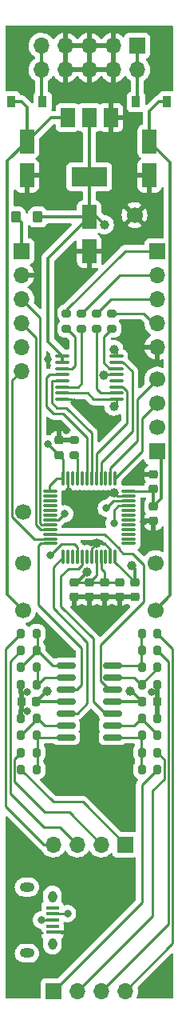
<source format=gbr>
%TF.GenerationSoftware,KiCad,Pcbnew,(6.0.11)*%
%TF.CreationDate,2023-03-11T14:35:42+00:00*%
%TF.ProjectId,QuadEnv_Components,51756164-456e-4765-9f43-6f6d706f6e65,rev?*%
%TF.SameCoordinates,Original*%
%TF.FileFunction,Copper,L1,Top*%
%TF.FilePolarity,Positive*%
%FSLAX46Y46*%
G04 Gerber Fmt 4.6, Leading zero omitted, Abs format (unit mm)*
G04 Created by KiCad (PCBNEW (6.0.11)) date 2023-03-11 14:35:42*
%MOMM*%
%LPD*%
G01*
G04 APERTURE LIST*
G04 Aperture macros list*
%AMRoundRect*
0 Rectangle with rounded corners*
0 $1 Rounding radius*
0 $2 $3 $4 $5 $6 $7 $8 $9 X,Y pos of 4 corners*
0 Add a 4 corners polygon primitive as box body*
4,1,4,$2,$3,$4,$5,$6,$7,$8,$9,$2,$3,0*
0 Add four circle primitives for the rounded corners*
1,1,$1+$1,$2,$3*
1,1,$1+$1,$4,$5*
1,1,$1+$1,$6,$7*
1,1,$1+$1,$8,$9*
0 Add four rect primitives between the rounded corners*
20,1,$1+$1,$2,$3,$4,$5,0*
20,1,$1+$1,$4,$5,$6,$7,0*
20,1,$1+$1,$6,$7,$8,$9,0*
20,1,$1+$1,$8,$9,$2,$3,0*%
G04 Aperture macros list end*
%TA.AperFunction,SMDPad,CuDef*%
%ADD10RoundRect,0.200000X-0.200000X-0.275000X0.200000X-0.275000X0.200000X0.275000X-0.200000X0.275000X0*%
%TD*%
%TA.AperFunction,ComponentPad*%
%ADD11C,1.700000*%
%TD*%
%TA.AperFunction,SMDPad,CuDef*%
%ADD12RoundRect,0.250000X-0.550000X1.050000X-0.550000X-1.050000X0.550000X-1.050000X0.550000X1.050000X0*%
%TD*%
%TA.AperFunction,SMDPad,CuDef*%
%ADD13RoundRect,0.250000X0.550000X-1.050000X0.550000X1.050000X-0.550000X1.050000X-0.550000X-1.050000X0*%
%TD*%
%TA.AperFunction,SMDPad,CuDef*%
%ADD14RoundRect,0.200000X0.275000X-0.200000X0.275000X0.200000X-0.275000X0.200000X-0.275000X-0.200000X0*%
%TD*%
%TA.AperFunction,SMDPad,CuDef*%
%ADD15RoundRect,0.225000X0.250000X-0.225000X0.250000X0.225000X-0.250000X0.225000X-0.250000X-0.225000X0*%
%TD*%
%TA.AperFunction,SMDPad,CuDef*%
%ADD16RoundRect,0.225000X-0.250000X0.225000X-0.250000X-0.225000X0.250000X-0.225000X0.250000X0.225000X0*%
%TD*%
%TA.AperFunction,SMDPad,CuDef*%
%ADD17RoundRect,0.150000X-0.825000X-0.150000X0.825000X-0.150000X0.825000X0.150000X-0.825000X0.150000X0*%
%TD*%
%TA.AperFunction,SMDPad,CuDef*%
%ADD18RoundRect,0.200000X0.200000X0.275000X-0.200000X0.275000X-0.200000X-0.275000X0.200000X-0.275000X0*%
%TD*%
%TA.AperFunction,SMDPad,CuDef*%
%ADD19RoundRect,0.250000X0.275000X0.350000X-0.275000X0.350000X-0.275000X-0.350000X0.275000X-0.350000X0*%
%TD*%
%TA.AperFunction,SMDPad,CuDef*%
%ADD20RoundRect,0.200000X-0.275000X0.200000X-0.275000X-0.200000X0.275000X-0.200000X0.275000X0.200000X0*%
%TD*%
%TA.AperFunction,SMDPad,CuDef*%
%ADD21R,0.900000X1.200000*%
%TD*%
%TA.AperFunction,SMDPad,CuDef*%
%ADD22R,1.500000X2.000000*%
%TD*%
%TA.AperFunction,SMDPad,CuDef*%
%ADD23R,3.800000X2.000000*%
%TD*%
%TA.AperFunction,ComponentPad*%
%ADD24R,1.700000X1.700000*%
%TD*%
%TA.AperFunction,ComponentPad*%
%ADD25O,1.700000X1.700000*%
%TD*%
%TA.AperFunction,ComponentPad*%
%ADD26O,0.950000X1.250000*%
%TD*%
%TA.AperFunction,ComponentPad*%
%ADD27O,1.550000X1.000000*%
%TD*%
%TA.AperFunction,SMDPad,CuDef*%
%ADD28R,1.350000X0.400000*%
%TD*%
%TA.AperFunction,SMDPad,CuDef*%
%ADD29RoundRect,0.225000X-0.225000X-0.250000X0.225000X-0.250000X0.225000X0.250000X-0.225000X0.250000X0*%
%TD*%
%TA.AperFunction,SMDPad,CuDef*%
%ADD30RoundRect,0.100000X-0.637500X-0.100000X0.637500X-0.100000X0.637500X0.100000X-0.637500X0.100000X0*%
%TD*%
%TA.AperFunction,SMDPad,CuDef*%
%ADD31RoundRect,0.075000X-0.662500X-0.075000X0.662500X-0.075000X0.662500X0.075000X-0.662500X0.075000X0*%
%TD*%
%TA.AperFunction,SMDPad,CuDef*%
%ADD32RoundRect,0.075000X-0.075000X-0.662500X0.075000X-0.662500X0.075000X0.662500X-0.075000X0.662500X0*%
%TD*%
%TA.AperFunction,SMDPad,CuDef*%
%ADD33RoundRect,0.225000X0.225000X0.250000X-0.225000X0.250000X-0.225000X-0.250000X0.225000X-0.250000X0*%
%TD*%
%TA.AperFunction,ViaPad*%
%ADD34C,1.000000*%
%TD*%
%TA.AperFunction,ViaPad*%
%ADD35C,0.800000*%
%TD*%
%TA.AperFunction,Conductor*%
%ADD36C,0.250000*%
%TD*%
%TA.AperFunction,Conductor*%
%ADD37C,0.350000*%
%TD*%
G04 APERTURE END LIST*
D10*
%TO.P,R22,1*%
%TO.N,Net-(R15-Pad1)*%
X64975000Y-127470000D03*
%TO.P,R22,2*%
%TO.N,/Env3_Out*%
X66625000Y-127470000D03*
%TD*%
D11*
%TO.P,TP6,1,1*%
%TO.N,/RESET*%
X52400000Y-102000000D03*
%TD*%
D12*
%TO.P,C4,1*%
%TO.N,+12V*%
X52800000Y-62800000D03*
%TO.P,C4,2*%
%TO.N,GND*%
X52800000Y-66400000D03*
%TD*%
D13*
%TO.P,C5,1*%
%TO.N,GND*%
X65800000Y-66400000D03*
%TO.P,C5,2*%
%TO.N,-12V*%
X65800000Y-62800000D03*
%TD*%
D14*
%TO.P,R3,1*%
%TO.N,Net-(R3-Pad1)*%
X61800000Y-82625000D03*
%TO.P,R3,2*%
%TO.N,/Gate4_In*%
X61800000Y-80975000D03*
%TD*%
D15*
%TO.P,C11,1*%
%TO.N,GND*%
X57800000Y-110975000D03*
%TO.P,C11,2*%
%TO.N,+3.3VA*%
X57800000Y-109425000D03*
%TD*%
D10*
%TO.P,R16,1*%
%TO.N,Net-(R16-Pad1)*%
X64975000Y-118470000D03*
%TO.P,R16,2*%
%TO.N,Net-(R12-Pad1)*%
X66625000Y-118470000D03*
%TD*%
D16*
%TO.P,C7,1*%
%TO.N,+3.3VA*%
X61000000Y-109425000D03*
%TO.P,C7,2*%
%TO.N,GND*%
X61000000Y-110975000D03*
%TD*%
D17*
%TO.P,U4,1*%
%TO.N,Net-(R13-Pad1)*%
X56925000Y-118260000D03*
%TO.P,U4,2,-*%
%TO.N,Net-(R13-Pad2)*%
X56925000Y-119530000D03*
%TO.P,U4,3,+*%
%TO.N,/Env1_DAC*%
X56925000Y-120800000D03*
%TO.P,U4,4,V+*%
%TO.N,+12V*%
X56925000Y-122070000D03*
%TO.P,U4,5,+*%
%TO.N,/Env2_DAC*%
X56925000Y-123340000D03*
%TO.P,U4,6,-*%
%TO.N,Net-(R10-Pad1)*%
X56925000Y-124610000D03*
%TO.P,U4,7*%
%TO.N,Net-(R14-Pad1)*%
X56925000Y-125880000D03*
%TO.P,U4,8*%
%TO.N,Net-(R15-Pad1)*%
X61875000Y-125880000D03*
%TO.P,U4,9,-*%
%TO.N,Net-(R11-Pad1)*%
X61875000Y-124610000D03*
%TO.P,U4,10,+*%
%TO.N,/Env3_DAC*%
X61875000Y-123340000D03*
%TO.P,U4,11,V-*%
%TO.N,-12V*%
X61875000Y-122070000D03*
%TO.P,U4,12,+*%
%TO.N,/Env4_DAC*%
X61875000Y-120800000D03*
%TO.P,U4,13,-*%
%TO.N,Net-(R12-Pad1)*%
X61875000Y-119530000D03*
%TO.P,U4,14*%
%TO.N,Net-(R16-Pad1)*%
X61875000Y-118260000D03*
%TD*%
D14*
%TO.P,R4,1*%
%TO.N,Net-(R4-Pad1)*%
X60200000Y-82625000D03*
%TO.P,R4,2*%
%TO.N,/Gate3_In*%
X60200000Y-80975000D03*
%TD*%
D18*
%TO.P,R9,1*%
%TO.N,Net-(R13-Pad2)*%
X53825000Y-120270000D03*
%TO.P,R9,2*%
%TO.N,GND*%
X52175000Y-120270000D03*
%TD*%
D11*
%TO.P,TP5,1,1*%
%TO.N,GND*%
X52400000Y-107400000D03*
%TD*%
D19*
%TO.P,L1,1*%
%TO.N,+3.3V*%
X53950000Y-70800000D03*
%TO.P,L1,2*%
%TO.N,+3.3VA*%
X51650000Y-70800000D03*
%TD*%
D12*
%TO.P,C8,1*%
%TO.N,+3.3V*%
X59400000Y-70800000D03*
%TO.P,C8,2*%
%TO.N,GND*%
X59400000Y-74400000D03*
%TD*%
D18*
%TO.P,R17,1*%
%TO.N,Net-(R13-Pad1)*%
X53825000Y-116670000D03*
%TO.P,R17,2*%
%TO.N,/Led1_Out*%
X52175000Y-116670000D03*
%TD*%
D20*
%TO.P,R5,1*%
%TO.N,GND*%
X57800000Y-94375000D03*
%TO.P,R5,2*%
%TO.N,/BOOT0*%
X57800000Y-96025000D03*
%TD*%
D15*
%TO.P,C3,1*%
%TO.N,+3.3V*%
X66200000Y-99575000D03*
%TO.P,C3,2*%
%TO.N,GND*%
X66200000Y-98025000D03*
%TD*%
D10*
%TO.P,R24,1*%
%TO.N,Net-(R16-Pad1)*%
X64975000Y-114870000D03*
%TO.P,R24,2*%
%TO.N,/Env4_Out*%
X66625000Y-114870000D03*
%TD*%
%TO.P,R11,1*%
%TO.N,Net-(R11-Pad1)*%
X64975000Y-123870000D03*
%TO.P,R11,2*%
%TO.N,GND*%
X66625000Y-123870000D03*
%TD*%
D15*
%TO.P,C12,1*%
%TO.N,GND*%
X59400000Y-110975000D03*
%TO.P,C12,2*%
%TO.N,+3.3VA*%
X59400000Y-109425000D03*
%TD*%
D21*
%TO.P,D1,1,K*%
%TO.N,+12V*%
X51150000Y-58600000D03*
%TO.P,D1,2,A*%
%TO.N,/+12V_IN*%
X54450000Y-58600000D03*
%TD*%
D10*
%TO.P,R12,1*%
%TO.N,Net-(R12-Pad1)*%
X64975000Y-120270000D03*
%TO.P,R12,2*%
%TO.N,GND*%
X66625000Y-120270000D03*
%TD*%
D21*
%TO.P,D2,1,K*%
%TO.N,/-12V_IN*%
X64350000Y-58600000D03*
%TO.P,D2,2,A*%
%TO.N,-12V*%
X67650000Y-58600000D03*
%TD*%
D11*
%TO.P,TP3,1,1*%
%TO.N,+12V*%
X52400000Y-112400000D03*
%TD*%
D18*
%TO.P,R10,1*%
%TO.N,Net-(R10-Pad1)*%
X53825000Y-123870000D03*
%TO.P,R10,2*%
%TO.N,GND*%
X52175000Y-123870000D03*
%TD*%
D22*
%TO.P,U2,1,GND*%
%TO.N,GND*%
X61700000Y-60250000D03*
D23*
%TO.P,U2,2,VO*%
%TO.N,+3.3V*%
X59400000Y-66550000D03*
D22*
X59400000Y-60250000D03*
%TO.P,U2,3,VI*%
%TO.N,+12V*%
X57100000Y-60250000D03*
%TD*%
D11*
%TO.P,TP2,1,1*%
%TO.N,+3V3*%
X66400000Y-107400000D03*
%TD*%
D18*
%TO.P,R18,1*%
%TO.N,Net-(R13-Pad1)*%
X53825000Y-114870000D03*
%TO.P,R18,2*%
%TO.N,/Env1_Out*%
X52175000Y-114870000D03*
%TD*%
D24*
%TO.P,J6,1,Pin_1*%
%TO.N,/-12V_IN*%
X64480000Y-52660000D03*
D25*
%TO.P,J6,2,Pin_2*%
X64480000Y-55200000D03*
%TO.P,J6,3,Pin_3*%
%TO.N,GND*%
X61940000Y-52660000D03*
%TO.P,J6,4,Pin_4*%
X61940000Y-55200000D03*
%TO.P,J6,5,Pin_5*%
X59400000Y-52660000D03*
%TO.P,J6,6,Pin_6*%
X59400000Y-55200000D03*
%TO.P,J6,7,Pin_7*%
X56860000Y-52660000D03*
%TO.P,J6,8,Pin_8*%
X56860000Y-55200000D03*
%TO.P,J6,9,Pin_9*%
%TO.N,/+12V_IN*%
X54320000Y-52660000D03*
%TO.P,J6,10,Pin_10*%
X54320000Y-55200000D03*
%TD*%
D16*
%TO.P,C1,1*%
%TO.N,+3.3V*%
X66200000Y-101425000D03*
%TO.P,C1,2*%
%TO.N,GND*%
X66200000Y-102975000D03*
%TD*%
D20*
%TO.P,R1,1*%
%TO.N,/Gate1_In*%
X57000000Y-80975000D03*
%TO.P,R1,2*%
%TO.N,Net-(R1-Pad2)*%
X57000000Y-82625000D03*
%TD*%
D26*
%TO.P,J7,*%
%TO.N,*%
X55485000Y-147700000D03*
D27*
X52785000Y-148700000D03*
D26*
X55485000Y-142700000D03*
D28*
%TO.P,J7,1,VBUS*%
%TO.N,unconnected-(J7-Pad1)*%
X55485000Y-143900000D03*
%TO.P,J7,2,D-*%
%TO.N,/USB_DM*%
X55485000Y-144550000D03*
%TO.P,J7,3,D+*%
%TO.N,/USB_DP*%
X55485000Y-145200000D03*
%TO.P,J7,4,ID*%
%TO.N,unconnected-(J7-Pad4)*%
X55485000Y-145850000D03*
%TO.P,J7,5,GND*%
%TO.N,GND*%
X55485000Y-146500000D03*
D27*
%TO.P,J7,6,Shield*%
%TO.N,unconnected-(J7-Pad6)*%
X52785000Y-141700000D03*
%TD*%
D29*
%TO.P,C9,1*%
%TO.N,GND*%
X52225000Y-122070000D03*
%TO.P,C9,2*%
%TO.N,+12V*%
X53775000Y-122070000D03*
%TD*%
D15*
%TO.P,C6,1*%
%TO.N,+3.3V*%
X56200000Y-95975000D03*
%TO.P,C6,2*%
%TO.N,GND*%
X56200000Y-94425000D03*
%TD*%
D30*
%TO.P,U3,1,Vcc*%
%TO.N,+3.3V*%
X56537500Y-85525000D03*
%TO.P,U3,2,EN_A*%
X56537500Y-86175000D03*
%TO.P,U3,3,A*%
%TO.N,Net-(R1-Pad2)*%
X56537500Y-86825000D03*
%TO.P,U3,4,E*%
%TO.N,/Gate1*%
X56537500Y-87475000D03*
%TO.P,U3,5,F*%
%TO.N,/Gate2*%
X56537500Y-88125000D03*
%TO.P,U3,6,B*%
%TO.N,Net-(R2-Pad2)*%
X56537500Y-88775000D03*
%TO.P,U3,7,EN_B*%
%TO.N,+3.3V*%
X56537500Y-89425000D03*
%TO.P,U3,8,Vss*%
%TO.N,GND*%
X56537500Y-90075000D03*
%TO.P,U3,9,EN_C*%
%TO.N,+3.3V*%
X62262500Y-90075000D03*
%TO.P,U3,10,C*%
%TO.N,Net-(R4-Pad1)*%
X62262500Y-89425000D03*
%TO.P,U3,11,G*%
%TO.N,/Gate3*%
X62262500Y-88775000D03*
%TO.P,U3,12,NC*%
%TO.N,unconnected-(U3-Pad12)*%
X62262500Y-88125000D03*
%TO.P,U3,13,H*%
%TO.N,+3.3V*%
X62262500Y-87475000D03*
%TO.P,U3,14,D*%
%TO.N,Net-(R3-Pad1)*%
X62262500Y-86825000D03*
%TO.P,U3,15,EN_D*%
%TO.N,/Gate4*%
X62262500Y-86175000D03*
%TO.P,U3,16,Vdd*%
%TO.N,+3.3V*%
X62262500Y-85525000D03*
%TD*%
D10*
%TO.P,R13,1*%
%TO.N,Net-(R13-Pad1)*%
X52175000Y-118470000D03*
%TO.P,R13,2*%
%TO.N,Net-(R13-Pad2)*%
X53825000Y-118470000D03*
%TD*%
D16*
%TO.P,C2,1*%
%TO.N,+3.3V*%
X64200000Y-109425000D03*
%TO.P,C2,2*%
%TO.N,GND*%
X64200000Y-110975000D03*
%TD*%
D18*
%TO.P,R14,1*%
%TO.N,Net-(R14-Pad1)*%
X53825000Y-125670000D03*
%TO.P,R14,2*%
%TO.N,Net-(R10-Pad1)*%
X52175000Y-125670000D03*
%TD*%
%TO.P,R19,1*%
%TO.N,Net-(R14-Pad1)*%
X53825000Y-129270000D03*
%TO.P,R19,2*%
%TO.N,/Led2_Out*%
X52175000Y-129270000D03*
%TD*%
D24*
%TO.P,J5,1,Pin_1*%
%TO.N,+3.3V*%
X66600000Y-95610000D03*
D11*
%TO.P,J5,2,Pin_2*%
%TO.N,GND*%
X66600000Y-93070000D03*
%TO.P,J5,3,Pin_3*%
%TO.N,/SWIO*%
X66600000Y-90530000D03*
%TO.P,J5,4,Pin_4*%
%TO.N,/SWCLK*%
X66600000Y-87990000D03*
%TD*%
D31*
%TO.P,U1,1,VBAT*%
%TO.N,+3.3V*%
X55237500Y-99850000D03*
%TO.P,U1,2,PC13*%
%TO.N,unconnected-(U1-Pad2)*%
X55237500Y-100350000D03*
%TO.P,U1,3,PC14-OSC32_IN*%
%TO.N,unconnected-(U1-Pad3)*%
X55237500Y-100850000D03*
%TO.P,U1,4,PC15-OSC32_OUT*%
%TO.N,unconnected-(U1-Pad4)*%
X55237500Y-101350000D03*
%TO.P,U1,5,PF0-OSC_IN*%
%TO.N,unconnected-(U1-Pad5)*%
X55237500Y-101850000D03*
%TO.P,U1,6,PF1-OSC_OUT*%
%TO.N,unconnected-(U1-Pad6)*%
X55237500Y-102350000D03*
%TO.P,U1,7,PG10-NRST*%
%TO.N,/RESET*%
X55237500Y-102850000D03*
%TO.P,U1,8,PA0*%
%TO.N,/Attack_Pot*%
X55237500Y-103350000D03*
%TO.P,U1,9,PA1*%
%TO.N,/Decay_Pot*%
X55237500Y-103850000D03*
%TO.P,U1,10,PA2*%
%TO.N,/Env4_DAC*%
X55237500Y-104350000D03*
%TO.P,U1,11,PA3*%
%TO.N,/Sustain_Pot*%
X55237500Y-104850000D03*
%TO.P,U1,12,PA4*%
%TO.N,/Env1_DAC*%
X55237500Y-105350000D03*
D32*
%TO.P,U1,13,PA5*%
%TO.N,/Env2_DAC*%
X56650000Y-106762500D03*
%TO.P,U1,14,PA6*%
%TO.N,unconnected-(U1-Pad14)*%
X57150000Y-106762500D03*
%TO.P,U1,15,PA7*%
%TO.N,unconnected-(U1-Pad15)*%
X57650000Y-106762500D03*
%TO.P,U1,16,PB0*%
%TO.N,/Release_Pot*%
X58150000Y-106762500D03*
%TO.P,U1,17,PB1*%
%TO.N,/Env3_DAC*%
X58650000Y-106762500D03*
%TO.P,U1,18,PB2*%
%TO.N,unconnected-(U1-Pad18)*%
X59150000Y-106762500D03*
%TO.P,U1,19,VSSA*%
%TO.N,GND*%
X59650000Y-106762500D03*
%TO.P,U1,20,VREF+*%
%TO.N,+3.3VA*%
X60150000Y-106762500D03*
%TO.P,U1,21,VDDA*%
X60650000Y-106762500D03*
%TO.P,U1,22,PB10*%
%TO.N,unconnected-(U1-Pad22)*%
X61150000Y-106762500D03*
%TO.P,U1,23,VSS*%
%TO.N,GND*%
X61650000Y-106762500D03*
%TO.P,U1,24,VDD*%
%TO.N,+3.3V*%
X62150000Y-106762500D03*
D31*
%TO.P,U1,25,PB11*%
%TO.N,unconnected-(U1-Pad25)*%
X63562500Y-105350000D03*
%TO.P,U1,26,PB12*%
%TO.N,unconnected-(U1-Pad26)*%
X63562500Y-104850000D03*
%TO.P,U1,27,PB13*%
%TO.N,unconnected-(U1-Pad27)*%
X63562500Y-104350000D03*
%TO.P,U1,28,PB14*%
%TO.N,unconnected-(U1-Pad28)*%
X63562500Y-103850000D03*
%TO.P,U1,29,PB15*%
%TO.N,unconnected-(U1-Pad29)*%
X63562500Y-103350000D03*
%TO.P,U1,30,PA8*%
%TO.N,unconnected-(U1-Pad30)*%
X63562500Y-102850000D03*
%TO.P,U1,31,PA9*%
%TO.N,unconnected-(U1-Pad31)*%
X63562500Y-102350000D03*
%TO.P,U1,32,PA10*%
%TO.N,unconnected-(U1-Pad32)*%
X63562500Y-101850000D03*
%TO.P,U1,33,PA11*%
%TO.N,/USB_DM*%
X63562500Y-101350000D03*
%TO.P,U1,34,PA12*%
%TO.N,/USB_DP*%
X63562500Y-100850000D03*
%TO.P,U1,35,VSS*%
%TO.N,GND*%
X63562500Y-100350000D03*
%TO.P,U1,36,VDD*%
%TO.N,+3.3V*%
X63562500Y-99850000D03*
D32*
%TO.P,U1,37,PA13*%
%TO.N,/SWIO*%
X62150000Y-98437500D03*
%TO.P,U1,38,PA14*%
%TO.N,/SWCLK*%
X61650000Y-98437500D03*
%TO.P,U1,39,PA15*%
%TO.N,unconnected-(U1-Pad39)*%
X61150000Y-98437500D03*
%TO.P,U1,40,PB3*%
%TO.N,/Gate4*%
X60650000Y-98437500D03*
%TO.P,U1,41,PB4*%
%TO.N,/Gate3*%
X60150000Y-98437500D03*
%TO.P,U1,42,PB5*%
%TO.N,/Gate2*%
X59650000Y-98437500D03*
%TO.P,U1,43,PB6*%
%TO.N,/Gate1*%
X59150000Y-98437500D03*
%TO.P,U1,44,PB7*%
%TO.N,unconnected-(U1-Pad44)*%
X58650000Y-98437500D03*
%TO.P,U1,45,PB8-BOOT0*%
%TO.N,/BOOT0*%
X58150000Y-98437500D03*
%TO.P,U1,46,PB9*%
%TO.N,unconnected-(U1-Pad46)*%
X57650000Y-98437500D03*
%TO.P,U1,47,VSS*%
%TO.N,GND*%
X57150000Y-98437500D03*
%TO.P,U1,48,VDD*%
%TO.N,+3.3V*%
X56650000Y-98437500D03*
%TD*%
D20*
%TO.P,R2,1*%
%TO.N,/Gate2_In*%
X58600000Y-80975000D03*
%TO.P,R2,2*%
%TO.N,Net-(R2-Pad2)*%
X58600000Y-82625000D03*
%TD*%
D10*
%TO.P,R23,1*%
%TO.N,Net-(R16-Pad1)*%
X64975000Y-116670000D03*
%TO.P,R23,2*%
%TO.N,/Led4_Out*%
X66625000Y-116670000D03*
%TD*%
D18*
%TO.P,R20,1*%
%TO.N,Net-(R14-Pad1)*%
X53825000Y-127470000D03*
%TO.P,R20,2*%
%TO.N,/Env2_Out*%
X52175000Y-127470000D03*
%TD*%
D10*
%TO.P,R21,1*%
%TO.N,Net-(R15-Pad1)*%
X64975000Y-129270000D03*
%TO.P,R21,2*%
%TO.N,/Led3_Out*%
X66625000Y-129270000D03*
%TD*%
D11*
%TO.P,TP1,1,1*%
%TO.N,GND*%
X64200000Y-70600000D03*
%TD*%
D33*
%TO.P,C10,1*%
%TO.N,GND*%
X66575000Y-122070000D03*
%TO.P,C10,2*%
%TO.N,-12V*%
X65025000Y-122070000D03*
%TD*%
D11*
%TO.P,TP4,1,1*%
%TO.N,-12V*%
X66400000Y-112400000D03*
%TD*%
D15*
%TO.P,C13,1*%
%TO.N,GND*%
X62600000Y-110975000D03*
%TO.P,C13,2*%
%TO.N,+3.3VA*%
X62600000Y-109425000D03*
%TD*%
D10*
%TO.P,R15,1*%
%TO.N,Net-(R15-Pad1)*%
X64975000Y-125670000D03*
%TO.P,R15,2*%
%TO.N,Net-(R11-Pad1)*%
X66625000Y-125670000D03*
%TD*%
D24*
%TO.P,J1,1,Pin_1*%
%TO.N,+3.3VA*%
X52200000Y-74400000D03*
D25*
%TO.P,J1,2,Pin_2*%
%TO.N,GND*%
X52200000Y-76940000D03*
%TO.P,J1,3,Pin_3*%
%TO.N,/Attack_Pot*%
X52200000Y-79480000D03*
%TO.P,J1,4,Pin_4*%
%TO.N,/Decay_Pot*%
X52200000Y-82020000D03*
%TO.P,J1,5,Pin_5*%
%TO.N,/Release_Pot*%
X52200000Y-84560000D03*
%TO.P,J1,6,Pin_6*%
%TO.N,/Sustain_Pot*%
X52200000Y-87100000D03*
%TD*%
D24*
%TO.P,J4,1,Pin_1*%
%TO.N,/Led3_Out*%
X55600000Y-152700000D03*
D25*
%TO.P,J4,2,Pin_2*%
%TO.N,/Env3_Out*%
X58140000Y-152700000D03*
%TO.P,J4,3,Pin_3*%
%TO.N,/Led4_Out*%
X60680000Y-152700000D03*
%TO.P,J4,4,Pin_4*%
%TO.N,/Env4_Out*%
X63220000Y-152700000D03*
%TD*%
D24*
%TO.P,J2,1,Pin_1*%
%TO.N,/Gate1_In*%
X66600000Y-74400000D03*
D25*
%TO.P,J2,2,Pin_2*%
%TO.N,/Gate2_In*%
X66600000Y-76940000D03*
%TO.P,J2,3,Pin_3*%
%TO.N,/Gate3_In*%
X66600000Y-79480000D03*
%TO.P,J2,4,Pin_4*%
%TO.N,/Gate4_In*%
X66600000Y-82020000D03*
%TO.P,J2,5,Pin_5*%
%TO.N,GND*%
X66600000Y-84560000D03*
%TD*%
D24*
%TO.P,J3,1,Pin_1*%
%TO.N,/Led2_Out*%
X63200000Y-137200000D03*
D25*
%TO.P,J3,2,Pin_2*%
%TO.N,/Env2_Out*%
X60660000Y-137200000D03*
%TO.P,J3,3,Pin_3*%
%TO.N,/Led1_Out*%
X58120000Y-137200000D03*
%TO.P,J3,4,Pin_4*%
%TO.N,/Env1_Out*%
X55580000Y-137200000D03*
%TD*%
D34*
%TO.N,+3.3V*%
X63900000Y-107700000D03*
X62000000Y-84800000D03*
X62000000Y-90800000D03*
X61000000Y-71600000D03*
X60963872Y-87575433D03*
D35*
X55012500Y-94787500D03*
%TO.N,GND*%
X60200000Y-103000000D03*
X59400000Y-76600000D03*
X66000000Y-121070000D03*
X58600000Y-112400000D03*
X54000000Y-146500000D03*
D34*
X60200000Y-105325500D03*
D35*
X56800000Y-84000000D03*
X63600000Y-60400000D03*
X57200000Y-139400000D03*
X57600000Y-103200000D03*
X56800000Y-116800000D03*
X65200000Y-103000000D03*
X52800000Y-121070000D03*
X54800000Y-66400000D03*
X56400000Y-72000000D03*
X54100000Y-73300000D03*
X57100000Y-146600000D03*
X63400000Y-127200000D03*
X55000000Y-85800000D03*
X63500000Y-139600000D03*
D34*
X62000000Y-100000000D03*
D35*
X63500000Y-135000000D03*
X57200000Y-99800000D03*
X63800000Y-82400000D03*
X51900000Y-152000000D03*
X60800000Y-93200000D03*
X59600000Y-124000000D03*
X57600000Y-74400000D03*
X64400000Y-85800000D03*
X61600000Y-62400000D03*
X58000000Y-68600000D03*
X52800000Y-68800000D03*
X52800000Y-123070000D03*
X59700000Y-131500000D03*
X55600000Y-127400000D03*
X51300000Y-136100000D03*
X64000000Y-66400000D03*
X57800000Y-90400000D03*
X57000000Y-93400000D03*
X66900000Y-152400000D03*
X55400000Y-62200000D03*
X65000000Y-98000000D03*
X61200000Y-68800000D03*
D34*
%TO.N,+12V*%
X54887500Y-120957500D03*
%TO.N,-12V*%
X63700000Y-120970000D03*
D35*
%TO.N,/Release_Pot*%
X55295343Y-106595343D03*
%TO.N,/USB_DM*%
X57100000Y-144500000D03*
X62000000Y-103200000D03*
%TO.N,/USB_DP*%
X61200000Y-101600000D03*
X54300000Y-145200000D03*
D34*
%TO.N,+3.3VA*%
X59200000Y-108400000D03*
D35*
%TO.N,/RESET*%
X56800000Y-102200000D03*
%TD*%
D36*
%TO.N,+3.3V*%
X59225000Y-89425000D02*
X56537500Y-89425000D01*
D37*
X59400000Y-70800000D02*
X60200000Y-70800000D01*
D36*
X64200000Y-109400000D02*
X64200000Y-109425000D01*
D37*
X56537500Y-85525000D02*
X56537500Y-86175000D01*
X67050000Y-100575000D02*
X66200000Y-101425000D01*
D36*
X62262500Y-90537500D02*
X62000000Y-90800000D01*
D37*
X53950000Y-70800000D02*
X59400000Y-70800000D01*
X59400000Y-66550000D02*
X59400000Y-70800000D01*
D36*
X62262500Y-90075000D02*
X62262500Y-90537500D01*
D37*
X64200000Y-109425000D02*
X64200000Y-108000000D01*
D36*
X55200000Y-99812500D02*
X55200000Y-99200000D01*
X55237500Y-99850000D02*
X55200000Y-99812500D01*
D37*
X55000000Y-75200000D02*
X55000000Y-83987500D01*
D36*
X55200000Y-99200000D02*
X55962500Y-98437500D01*
X59875000Y-90075000D02*
X59225000Y-89425000D01*
X62262500Y-85525000D02*
X62262500Y-85062500D01*
X62262500Y-87475000D02*
X61064305Y-87475000D01*
D37*
X55012500Y-94787500D02*
X56200000Y-95975000D01*
X64200000Y-108000000D02*
X63900000Y-107700000D01*
D36*
X62262500Y-85062500D02*
X62000000Y-84800000D01*
X56650000Y-98437500D02*
X56650000Y-96425000D01*
X66175000Y-99850000D02*
X66225000Y-99800000D01*
D37*
X59400000Y-70800000D02*
X55000000Y-75200000D01*
X59400000Y-60250000D02*
X59400000Y-66550000D01*
D36*
X63562500Y-99850000D02*
X66175000Y-99850000D01*
X62150000Y-107350000D02*
X64200000Y-109400000D01*
X61064305Y-87475000D02*
X60963872Y-87575433D01*
D37*
X55000000Y-83987500D02*
X56537500Y-85525000D01*
X67050000Y-96060000D02*
X67050000Y-100575000D01*
X66225000Y-101400000D02*
X66225000Y-99800000D01*
X66600000Y-95610000D02*
X67050000Y-96060000D01*
D36*
X56650000Y-96425000D02*
X56200000Y-95975000D01*
X62262500Y-90075000D02*
X59875000Y-90075000D01*
X55962500Y-98437500D02*
X56650000Y-98437500D01*
D37*
X60200000Y-70800000D02*
X61000000Y-71600000D01*
D36*
X62150000Y-106762500D02*
X62150000Y-107350000D01*
%TO.N,GND*%
X57150000Y-99750000D02*
X57200000Y-99800000D01*
X59650000Y-106762500D02*
X59650000Y-105875500D01*
X57150000Y-98437500D02*
X57150000Y-99750000D01*
X61650000Y-106762500D02*
X61650000Y-105959315D01*
X56537500Y-90075000D02*
X57475000Y-90075000D01*
X61650000Y-105959315D02*
X61016185Y-105325500D01*
D37*
X57000000Y-146500000D02*
X57100000Y-146600000D01*
X55485000Y-146500000D02*
X57000000Y-146500000D01*
D36*
X62350000Y-100350000D02*
X62000000Y-100000000D01*
X57475000Y-90075000D02*
X57800000Y-90400000D01*
X63562500Y-100350000D02*
X62350000Y-100350000D01*
X61016185Y-105325500D02*
X60200000Y-105325500D01*
X59650000Y-105875500D02*
X60200000Y-105325500D01*
D37*
%TO.N,+12V*%
X53775000Y-122070000D02*
X56925000Y-122070000D01*
X55350000Y-60250000D02*
X52800000Y-62800000D01*
X52200000Y-58600000D02*
X52800000Y-59200000D01*
X52800000Y-59200000D02*
X52800000Y-62800000D01*
X50725499Y-110725499D02*
X52400000Y-112400000D01*
X57100000Y-60250000D02*
X55350000Y-60250000D01*
X51150000Y-58600000D02*
X52200000Y-58600000D01*
X50725499Y-64874501D02*
X50725499Y-110725499D01*
X53775000Y-122070000D02*
X54887500Y-120957500D01*
X52800000Y-62800000D02*
X50725499Y-64874501D01*
%TO.N,-12V*%
X65025000Y-122070000D02*
X63925000Y-120970000D01*
X68000000Y-65000000D02*
X65800000Y-62800000D01*
X66400000Y-112400000D02*
X68000000Y-110800000D01*
X68000000Y-110800000D02*
X68000000Y-65000000D01*
X67650000Y-58600000D02*
X66800000Y-58600000D01*
X65800000Y-59600000D02*
X65800000Y-62800000D01*
X63925000Y-120970000D02*
X63700000Y-120970000D01*
X65025000Y-122070000D02*
X61875000Y-122070000D01*
X66800000Y-58600000D02*
X65800000Y-59600000D01*
D36*
%TO.N,/Gate1_In*%
X57000000Y-80600000D02*
X57000000Y-80975000D01*
X66200000Y-74400000D02*
X63200000Y-74400000D01*
X63200000Y-74400000D02*
X57000000Y-80600000D01*
%TO.N,/Gate2_In*%
X62635000Y-76940000D02*
X58600000Y-80975000D01*
X66200000Y-76940000D02*
X62635000Y-76940000D01*
%TO.N,/Gate3_In*%
X66200000Y-79480000D02*
X61695000Y-79480000D01*
X61695000Y-79480000D02*
X60200000Y-80975000D01*
%TO.N,/Gate4_In*%
X65155000Y-80975000D02*
X61800000Y-80975000D01*
X66200000Y-82020000D02*
X65155000Y-80975000D01*
%TO.N,/Led1_Out*%
X52175000Y-116670000D02*
X51000499Y-117844501D01*
X56320000Y-135400000D02*
X58120000Y-137200000D01*
X51000499Y-131800499D02*
X54600000Y-135400000D01*
X51000499Y-117844501D02*
X51000499Y-131800499D01*
X54600000Y-135400000D02*
X56320000Y-135400000D01*
%TO.N,/Led2_Out*%
X58700000Y-132700000D02*
X63200000Y-137200000D01*
X55605000Y-132700000D02*
X58700000Y-132700000D01*
X52175000Y-129270000D02*
X55605000Y-132700000D01*
%TO.N,/Led3_Out*%
X66625000Y-129270000D02*
X65000000Y-130895000D01*
X65000000Y-130895000D02*
X65000000Y-143300000D01*
X65000000Y-143300000D02*
X55600000Y-152700000D01*
%TO.N,/Led4_Out*%
X67799501Y-117844501D02*
X66625000Y-116670000D01*
X60680000Y-152700000D02*
X67799501Y-145580499D01*
X67799501Y-145580499D02*
X67799501Y-117844501D01*
D37*
%TO.N,/+12V_IN*%
X54320000Y-55200000D02*
X54320000Y-58470000D01*
X54320000Y-58470000D02*
X54450000Y-58600000D01*
X54320000Y-52660000D02*
X54320000Y-55200000D01*
%TO.N,/-12V_IN*%
X64480000Y-52660000D02*
X64480000Y-55200000D01*
X64480000Y-58470000D02*
X64350000Y-58600000D01*
X64480000Y-55200000D02*
X64480000Y-58470000D01*
D36*
%TO.N,Net-(R13-Pad2)*%
X53912500Y-118470000D02*
X53912500Y-120270000D01*
X53912500Y-120270000D02*
X54652500Y-119530000D01*
X54652500Y-119530000D02*
X56925000Y-119530000D01*
%TO.N,Net-(R10-Pad1)*%
X53912500Y-123870000D02*
X52112500Y-125670000D01*
X56925000Y-124610000D02*
X54652500Y-124610000D01*
X54652500Y-124610000D02*
X53912500Y-123870000D01*
%TO.N,Net-(R11-Pad1)*%
X64147500Y-124610000D02*
X64887500Y-123870000D01*
X61875000Y-124610000D02*
X64147500Y-124610000D01*
X66687500Y-125670000D02*
X64887500Y-123870000D01*
%TO.N,/Env1_Out*%
X52175000Y-114870000D02*
X50550998Y-116494002D01*
X50550998Y-133150998D02*
X54600000Y-137200000D01*
X50550998Y-116494002D02*
X50550998Y-133150998D01*
X54600000Y-137200000D02*
X55580000Y-137200000D01*
%TO.N,/Env2_Out*%
X52175000Y-127470000D02*
X51450000Y-128195000D01*
X54700000Y-133800000D02*
X57260000Y-133800000D01*
X51450000Y-130550000D02*
X54700000Y-133800000D01*
X57260000Y-133800000D02*
X60660000Y-137200000D01*
X51450000Y-128195000D02*
X51450000Y-130550000D01*
%TO.N,/Env3_Out*%
X66100000Y-131500000D02*
X66100000Y-144740000D01*
X66100000Y-144740000D02*
X58140000Y-152700000D01*
X67350000Y-128195000D02*
X67350000Y-130250000D01*
X67350000Y-130250000D02*
X66100000Y-131500000D01*
X66625000Y-127470000D02*
X67350000Y-128195000D01*
%TO.N,/Env4_Out*%
X68249002Y-147670998D02*
X63220000Y-152700000D01*
X68249002Y-116494002D02*
X68249002Y-147670998D01*
X66625000Y-114870000D02*
X68249002Y-116494002D01*
%TO.N,Net-(R12-Pad1)*%
X61875000Y-119530000D02*
X64147500Y-119530000D01*
X64147500Y-119530000D02*
X64887500Y-120270000D01*
X66687500Y-118470000D02*
X64887500Y-120270000D01*
%TO.N,Net-(R13-Pad1)*%
X55502500Y-118260000D02*
X53912500Y-116670000D01*
X53912500Y-114870000D02*
X53912500Y-116670000D01*
X56925000Y-118260000D02*
X55502500Y-118260000D01*
X52112500Y-118470000D02*
X53912500Y-116670000D01*
%TO.N,Net-(R14-Pad1)*%
X53912500Y-127470000D02*
X53912500Y-125670000D01*
X56925000Y-125880000D02*
X54122500Y-125880000D01*
X54122500Y-125880000D02*
X53912500Y-125670000D01*
X53912500Y-129270000D02*
X53912500Y-127470000D01*
%TO.N,Net-(R15-Pad1)*%
X64677500Y-125880000D02*
X64887500Y-125670000D01*
X61875000Y-125880000D02*
X64677500Y-125880000D01*
X64887500Y-129270000D02*
X64887500Y-127470000D01*
X64887500Y-125670000D02*
X64887500Y-127470000D01*
%TO.N,Net-(R16-Pad1)*%
X64887500Y-116670000D02*
X64887500Y-118470000D01*
X61875000Y-118260000D02*
X64677500Y-118260000D01*
X64887500Y-114870000D02*
X64887500Y-116670000D01*
X64677500Y-118260000D02*
X64887500Y-118470000D01*
%TO.N,/Env4_DAC*%
X55237500Y-104350000D02*
X61040685Y-104350000D01*
X62625000Y-105934315D02*
X62625000Y-106025000D01*
X60575000Y-116095000D02*
X60575000Y-119876751D01*
X64000000Y-106400000D02*
X65200000Y-107600000D01*
X65200000Y-107600000D02*
X65200000Y-111470000D01*
X65200000Y-111470000D02*
X60575000Y-116095000D01*
X63000000Y-106400000D02*
X64000000Y-106400000D01*
X62625000Y-106025000D02*
X63000000Y-106400000D01*
X61040685Y-104350000D02*
X62625000Y-105934315D01*
X61498249Y-120800000D02*
X61875000Y-120800000D01*
X60575000Y-119876751D02*
X61498249Y-120800000D01*
%TO.N,/Env1_DAC*%
X55237500Y-105350000D02*
X54250000Y-105350000D01*
X58600000Y-116400000D02*
X58600000Y-120270000D01*
X58070000Y-120800000D02*
X56925000Y-120800000D01*
X54000000Y-105600000D02*
X54000000Y-111800000D01*
X58600000Y-120270000D02*
X58070000Y-120800000D01*
X54000000Y-111800000D02*
X58600000Y-116400000D01*
X54250000Y-105350000D02*
X54000000Y-105600000D01*
%TO.N,/Env2_DAC*%
X58130000Y-123340000D02*
X59200000Y-122270000D01*
X55600000Y-107812500D02*
X56650000Y-106762500D01*
X55600000Y-112200000D02*
X55600000Y-107812500D01*
X59200000Y-115800000D02*
X55600000Y-112200000D01*
X56925000Y-123340000D02*
X58130000Y-123340000D01*
X59200000Y-122270000D02*
X59200000Y-115800000D01*
%TO.N,/Attack_Pot*%
X54350000Y-103350000D02*
X54175000Y-103175000D01*
X54175000Y-103175000D02*
X54175000Y-81455000D01*
X55237500Y-103350000D02*
X54350000Y-103350000D01*
X54175000Y-81455000D02*
X52200000Y-79480000D01*
%TO.N,/Decay_Pot*%
X53725499Y-103361189D02*
X53725499Y-83545499D01*
X53725499Y-83545499D02*
X52200000Y-82020000D01*
X55237500Y-103850000D02*
X54214310Y-103850000D01*
X54214310Y-103850000D02*
X53725499Y-103361189D01*
%TO.N,/Sustain_Pot*%
X51225000Y-88075000D02*
X51225000Y-102486701D01*
X51225000Y-102486701D02*
X53588299Y-104850000D01*
X52200000Y-87100000D02*
X51225000Y-88075000D01*
X53588299Y-104850000D02*
X55237500Y-104850000D01*
%TO.N,/Env3_DAC*%
X58650000Y-106762500D02*
X58650000Y-107565685D01*
X58650000Y-107565685D02*
X58215685Y-108000000D01*
X58215685Y-108000000D02*
X57200000Y-108000000D01*
X57200000Y-108000000D02*
X56400000Y-108800000D01*
X56400000Y-112000000D02*
X59800000Y-115400000D01*
X59800000Y-115400000D02*
X59800000Y-122070000D01*
X61070000Y-123340000D02*
X61875000Y-123340000D01*
X56400000Y-108800000D02*
X56400000Y-112000000D01*
X59800000Y-122070000D02*
X61070000Y-123340000D01*
%TO.N,/Release_Pot*%
X56490685Y-105400000D02*
X55295343Y-106595343D01*
X58150000Y-106762500D02*
X58150000Y-105750000D01*
X57800000Y-105400000D02*
X56490685Y-105400000D01*
X58150000Y-105750000D02*
X57800000Y-105400000D01*
%TO.N,/SWCLK*%
X66600000Y-87990000D02*
X64500000Y-90090000D01*
X61650000Y-97350000D02*
X61650000Y-98437500D01*
X64500000Y-94500000D02*
X61650000Y-97350000D01*
X64500000Y-90090000D02*
X64500000Y-94500000D01*
%TO.N,/SWIO*%
X62162500Y-98437500D02*
X65000000Y-95600000D01*
X65000000Y-95600000D02*
X65000000Y-92130000D01*
X62150000Y-98437500D02*
X62162500Y-98437500D01*
X65000000Y-92130000D02*
X66600000Y-90530000D01*
%TO.N,/USB_DM*%
X57050000Y-144550000D02*
X57100000Y-144500000D01*
X62000000Y-101800000D02*
X62000000Y-103200000D01*
X55485000Y-144550000D02*
X57050000Y-144550000D01*
X63562500Y-101350000D02*
X62450000Y-101350000D01*
X62450000Y-101350000D02*
X62000000Y-101800000D01*
X55535000Y-144500000D02*
X55485000Y-144550000D01*
%TO.N,/USB_DP*%
X54300000Y-145200000D02*
X55485000Y-145200000D01*
X61950000Y-100850000D02*
X61200000Y-101600000D01*
X63562500Y-100850000D02*
X61950000Y-100850000D01*
%TO.N,Net-(R1-Pad2)*%
X57000000Y-82625000D02*
X57025000Y-82625000D01*
X57900000Y-86500000D02*
X57575000Y-86825000D01*
X57900000Y-83500000D02*
X57900000Y-86500000D01*
X57025000Y-82625000D02*
X57900000Y-83500000D01*
X57575000Y-86825000D02*
X56537500Y-86825000D01*
%TO.N,Net-(R2-Pad2)*%
X58200000Y-88800000D02*
X56562500Y-88800000D01*
X56562500Y-88800000D02*
X56537500Y-88775000D01*
X58600000Y-82625000D02*
X58600000Y-88400000D01*
X58600000Y-88400000D02*
X58200000Y-88800000D01*
%TO.N,Net-(R3-Pad1)*%
X61775000Y-82625000D02*
X60900000Y-83500000D01*
X60900000Y-83500000D02*
X60900000Y-86154277D01*
X61800000Y-82625000D02*
X61775000Y-82625000D01*
X61570723Y-86825000D02*
X62262500Y-86825000D01*
X60900000Y-86154277D02*
X61570723Y-86825000D01*
%TO.N,Net-(R4-Pad1)*%
X60200000Y-82625000D02*
X60139372Y-82685628D01*
X60625000Y-89425000D02*
X62262500Y-89425000D01*
X60139372Y-88939372D02*
X60625000Y-89425000D01*
X60139372Y-82685628D02*
X60139372Y-88939372D01*
%TO.N,/Gate1*%
X59150000Y-94107538D02*
X59150000Y-98437500D01*
X54849501Y-87800499D02*
X54849501Y-90849501D01*
X55175000Y-87475000D02*
X54849501Y-87800499D01*
X56537500Y-87475000D02*
X55175000Y-87475000D01*
X54849501Y-90849501D02*
X55600000Y-91600000D01*
X55600000Y-91600000D02*
X56642462Y-91600000D01*
X56642462Y-91600000D02*
X59150000Y-94107538D01*
%TO.N,/Gate2*%
X55400000Y-90438021D02*
X55961979Y-91000000D01*
X57000000Y-91000000D02*
X59650000Y-93650000D01*
X56537500Y-88125000D02*
X55475000Y-88125000D01*
X55961979Y-91000000D02*
X57000000Y-91000000D01*
X59650000Y-93650000D02*
X59650000Y-98437500D01*
X55475000Y-88125000D02*
X55400000Y-88200000D01*
X55400000Y-88200000D02*
X55400000Y-90438021D01*
%TO.N,/Gate3*%
X63400000Y-92600000D02*
X60150000Y-95850000D01*
X62262500Y-88775000D02*
X62951041Y-88775000D01*
X60150000Y-95850000D02*
X60150000Y-98437500D01*
X62951041Y-88775000D02*
X63400000Y-89223959D01*
X63400000Y-89223959D02*
X63400000Y-92600000D01*
%TO.N,/Gate4*%
X60650000Y-96750000D02*
X60650000Y-98437500D01*
X62975000Y-86175000D02*
X63950499Y-87150499D01*
X63950499Y-93449501D02*
X60650000Y-96750000D01*
X62262500Y-86175000D02*
X62975000Y-86175000D01*
X63950499Y-87150499D02*
X63950499Y-93449501D01*
%TO.N,/BOOT0*%
X57800000Y-96025000D02*
X58150000Y-96375000D01*
X58150000Y-96375000D02*
X58150000Y-98437500D01*
%TO.N,+3.3VA*%
X60650000Y-106762500D02*
X60650000Y-108050000D01*
D37*
X58175000Y-109425000D02*
X57800000Y-109425000D01*
D36*
X60650000Y-108050000D02*
X61000000Y-108400000D01*
D37*
X59200000Y-108400000D02*
X58175000Y-109425000D01*
D36*
X59400000Y-109425000D02*
X62200000Y-109425000D01*
X60150000Y-108675000D02*
X59400000Y-109425000D01*
D37*
X52200000Y-71350000D02*
X52200000Y-74400000D01*
D36*
X57800000Y-109425000D02*
X59400000Y-109425000D01*
X60150000Y-106762500D02*
X60150000Y-108675000D01*
X61000000Y-108400000D02*
X61000000Y-109425000D01*
D37*
X51650000Y-70800000D02*
X52200000Y-71350000D01*
D36*
%TO.N,/RESET*%
X55237500Y-102850000D02*
X56150000Y-102850000D01*
X56150000Y-102850000D02*
X56800000Y-102200000D01*
%TD*%
%TA.AperFunction,Conductor*%
%TO.N,GND*%
G36*
X50717012Y-134213370D02*
G01*
X50723595Y-134219499D01*
X54096343Y-137592247D01*
X54103887Y-137600537D01*
X54108000Y-137607018D01*
X54113777Y-137612443D01*
X54157667Y-137653658D01*
X54160509Y-137656413D01*
X54180231Y-137676135D01*
X54183355Y-137678558D01*
X54183359Y-137678562D01*
X54183424Y-137678612D01*
X54192445Y-137686317D01*
X54224679Y-137716586D01*
X54231627Y-137720405D01*
X54231629Y-137720407D01*
X54242432Y-137726346D01*
X54258959Y-137737202D01*
X54268698Y-137744757D01*
X54268700Y-137744758D01*
X54274960Y-137749614D01*
X54304696Y-137762482D01*
X54359269Y-137807890D01*
X54363220Y-137814644D01*
X54363266Y-137814616D01*
X54477291Y-138000688D01*
X54479987Y-138005088D01*
X54626250Y-138173938D01*
X54798126Y-138316632D01*
X54991000Y-138429338D01*
X55199692Y-138509030D01*
X55204760Y-138510061D01*
X55204763Y-138510062D01*
X55312017Y-138531883D01*
X55418597Y-138553567D01*
X55423772Y-138553757D01*
X55423774Y-138553757D01*
X55636673Y-138561564D01*
X55636677Y-138561564D01*
X55641837Y-138561753D01*
X55646957Y-138561097D01*
X55646959Y-138561097D01*
X55858288Y-138534025D01*
X55858289Y-138534025D01*
X55863416Y-138533368D01*
X55868366Y-138531883D01*
X56072429Y-138470661D01*
X56072434Y-138470659D01*
X56077384Y-138469174D01*
X56277994Y-138370896D01*
X56459860Y-138241173D01*
X56618096Y-138083489D01*
X56677594Y-138000689D01*
X56748453Y-137902077D01*
X56749776Y-137903028D01*
X56796645Y-137859857D01*
X56866580Y-137847625D01*
X56932026Y-137875144D01*
X56959875Y-137906994D01*
X57019987Y-138005088D01*
X57166250Y-138173938D01*
X57338126Y-138316632D01*
X57531000Y-138429338D01*
X57739692Y-138509030D01*
X57744760Y-138510061D01*
X57744763Y-138510062D01*
X57852017Y-138531883D01*
X57958597Y-138553567D01*
X57963772Y-138553757D01*
X57963774Y-138553757D01*
X58176673Y-138561564D01*
X58176677Y-138561564D01*
X58181837Y-138561753D01*
X58186957Y-138561097D01*
X58186959Y-138561097D01*
X58398288Y-138534025D01*
X58398289Y-138534025D01*
X58403416Y-138533368D01*
X58408366Y-138531883D01*
X58612429Y-138470661D01*
X58612434Y-138470659D01*
X58617384Y-138469174D01*
X58817994Y-138370896D01*
X58999860Y-138241173D01*
X59158096Y-138083489D01*
X59217594Y-138000689D01*
X59288453Y-137902077D01*
X59289776Y-137903028D01*
X59336645Y-137859857D01*
X59406580Y-137847625D01*
X59472026Y-137875144D01*
X59499875Y-137906994D01*
X59559987Y-138005088D01*
X59706250Y-138173938D01*
X59878126Y-138316632D01*
X60071000Y-138429338D01*
X60279692Y-138509030D01*
X60284760Y-138510061D01*
X60284763Y-138510062D01*
X60392017Y-138531883D01*
X60498597Y-138553567D01*
X60503772Y-138553757D01*
X60503774Y-138553757D01*
X60716673Y-138561564D01*
X60716677Y-138561564D01*
X60721837Y-138561753D01*
X60726957Y-138561097D01*
X60726959Y-138561097D01*
X60938288Y-138534025D01*
X60938289Y-138534025D01*
X60943416Y-138533368D01*
X60948366Y-138531883D01*
X61152429Y-138470661D01*
X61152434Y-138470659D01*
X61157384Y-138469174D01*
X61357994Y-138370896D01*
X61539860Y-138241173D01*
X61648091Y-138133319D01*
X61710462Y-138099404D01*
X61781268Y-138104592D01*
X61838030Y-138147238D01*
X61855012Y-138178341D01*
X61899385Y-138296705D01*
X61986739Y-138413261D01*
X62103295Y-138500615D01*
X62239684Y-138551745D01*
X62301866Y-138558500D01*
X64098134Y-138558500D01*
X64160316Y-138551745D01*
X64196272Y-138538266D01*
X64267076Y-138533083D01*
X64329446Y-138567003D01*
X64363575Y-138629258D01*
X64366500Y-138656248D01*
X64366500Y-142985405D01*
X64346498Y-143053526D01*
X64329595Y-143074500D01*
X56099500Y-151304595D01*
X56037188Y-151338621D01*
X56010405Y-151341500D01*
X54701866Y-151341500D01*
X54639684Y-151348255D01*
X54503295Y-151399385D01*
X54386739Y-151486739D01*
X54299385Y-151603295D01*
X54248255Y-151739684D01*
X54241500Y-151801866D01*
X54241500Y-153365500D01*
X54221498Y-153433621D01*
X54167842Y-153480114D01*
X54115500Y-153491500D01*
X50634500Y-153491500D01*
X50566379Y-153471498D01*
X50519886Y-153417842D01*
X50508500Y-153365500D01*
X50508500Y-148692925D01*
X51496645Y-148692925D01*
X51514570Y-148889888D01*
X51570410Y-149079619D01*
X51573263Y-149085077D01*
X51573265Y-149085081D01*
X51620720Y-149175853D01*
X51662040Y-149254890D01*
X51785968Y-149409025D01*
X51790692Y-149412989D01*
X51797933Y-149419065D01*
X51937474Y-149536154D01*
X51942872Y-149539121D01*
X51942877Y-149539125D01*
X52086180Y-149617905D01*
X52110787Y-149631433D01*
X52116654Y-149633294D01*
X52116656Y-149633295D01*
X52293436Y-149689373D01*
X52299306Y-149691235D01*
X52453227Y-149708500D01*
X53109769Y-149708500D01*
X53112825Y-149708200D01*
X53112832Y-149708200D01*
X53171340Y-149702463D01*
X53256833Y-149694080D01*
X53262734Y-149692298D01*
X53262736Y-149692298D01*
X53336053Y-149670162D01*
X53446169Y-149636916D01*
X53620796Y-149544066D01*
X53707062Y-149473709D01*
X53769287Y-149422960D01*
X53769290Y-149422957D01*
X53774062Y-149419065D01*
X53786344Y-149404219D01*
X53896201Y-149271425D01*
X53896203Y-149271421D01*
X53900130Y-149266675D01*
X53994198Y-149092701D01*
X54052682Y-148903768D01*
X54059658Y-148837392D01*
X54072711Y-148713204D01*
X54072711Y-148713202D01*
X54073355Y-148707075D01*
X54065847Y-148624576D01*
X54055989Y-148516251D01*
X54055988Y-148516248D01*
X54055430Y-148510112D01*
X54028627Y-148419040D01*
X54001330Y-148326294D01*
X53999590Y-148320381D01*
X53989919Y-148301881D01*
X53910813Y-148150568D01*
X53907960Y-148145110D01*
X53784032Y-147990975D01*
X53777727Y-147985684D01*
X53731352Y-147946771D01*
X53632526Y-147863846D01*
X53627128Y-147860879D01*
X53627123Y-147860875D01*
X53464608Y-147771533D01*
X53464609Y-147771533D01*
X53459213Y-147768567D01*
X53453346Y-147766706D01*
X53453344Y-147766705D01*
X53276564Y-147710627D01*
X53276563Y-147710627D01*
X53270694Y-147708765D01*
X53116773Y-147691500D01*
X52460231Y-147691500D01*
X52457175Y-147691800D01*
X52457168Y-147691800D01*
X52398660Y-147697537D01*
X52313167Y-147705920D01*
X52307266Y-147707702D01*
X52307264Y-147707702D01*
X52233947Y-147729838D01*
X52123831Y-147763084D01*
X51949204Y-147855934D01*
X51895255Y-147899934D01*
X51800713Y-147977040D01*
X51800710Y-147977043D01*
X51795938Y-147980935D01*
X51792011Y-147985682D01*
X51792009Y-147985684D01*
X51673799Y-148128575D01*
X51673797Y-148128579D01*
X51669870Y-148133325D01*
X51575802Y-148307299D01*
X51517318Y-148496232D01*
X51516674Y-148502357D01*
X51516674Y-148502358D01*
X51502919Y-148633235D01*
X51496645Y-148692925D01*
X50508500Y-148692925D01*
X50508500Y-145200000D01*
X53386496Y-145200000D01*
X53387186Y-145206565D01*
X53404344Y-145369811D01*
X53406458Y-145389928D01*
X53465473Y-145571556D01*
X53468776Y-145577278D01*
X53468777Y-145577279D01*
X53484945Y-145605283D01*
X53560960Y-145736944D01*
X53688747Y-145878866D01*
X53843248Y-145991118D01*
X53849276Y-145993802D01*
X53849278Y-145993803D01*
X54011681Y-146066109D01*
X54017712Y-146068794D01*
X54171727Y-146101531D01*
X54203666Y-146108320D01*
X54266139Y-146142049D01*
X54300461Y-146204198D01*
X54302732Y-146245179D01*
X54302368Y-146248524D01*
X54302000Y-146255328D01*
X54302000Y-146281885D01*
X54306475Y-146297124D01*
X54307865Y-146298329D01*
X54324991Y-146302054D01*
X54387303Y-146336078D01*
X54399035Y-146349610D01*
X54446739Y-146413261D01*
X54453919Y-146418642D01*
X54526681Y-146473174D01*
X54569196Y-146530033D01*
X54574222Y-146600851D01*
X54540162Y-146663145D01*
X54477831Y-146697135D01*
X54451116Y-146700000D01*
X54320116Y-146700000D01*
X54304877Y-146704475D01*
X54303672Y-146705865D01*
X54302001Y-146713548D01*
X54302001Y-146744669D01*
X54302371Y-146751490D01*
X54307895Y-146802352D01*
X54311521Y-146817604D01*
X54356676Y-146938054D01*
X54365214Y-146953649D01*
X54441715Y-147055724D01*
X54454275Y-147068284D01*
X54501526Y-147103696D01*
X54544042Y-147160555D01*
X54549068Y-147231374D01*
X54546064Y-147242621D01*
X54545237Y-147245229D01*
X54542702Y-147251086D01*
X54541398Y-147257330D01*
X54541396Y-147257335D01*
X54523055Y-147345133D01*
X54501844Y-147446666D01*
X54501500Y-147453229D01*
X54501500Y-147899934D01*
X54501823Y-147903113D01*
X54511236Y-147995781D01*
X54516619Y-148048780D01*
X54576369Y-148239440D01*
X54673235Y-148414191D01*
X54803261Y-148565896D01*
X54808298Y-148569803D01*
X54808300Y-148569805D01*
X54956093Y-148684445D01*
X54956096Y-148684447D01*
X54961137Y-148688357D01*
X54966863Y-148691175D01*
X54966867Y-148691177D01*
X55092683Y-148753086D01*
X55140411Y-148776571D01*
X55229906Y-148799883D01*
X55327580Y-148825325D01*
X55327583Y-148825325D01*
X55333762Y-148826935D01*
X55427256Y-148831835D01*
X55526911Y-148837058D01*
X55526915Y-148837058D01*
X55533292Y-148837392D01*
X55730848Y-148807514D01*
X55918361Y-148738523D01*
X56088172Y-148633235D01*
X56233344Y-148495953D01*
X56347946Y-148332284D01*
X56427298Y-148148914D01*
X56468156Y-147953334D01*
X56468500Y-147946771D01*
X56468500Y-147500066D01*
X56453381Y-147351220D01*
X56420089Y-147244986D01*
X56418804Y-147174003D01*
X56456101Y-147113592D01*
X56464758Y-147106482D01*
X56515724Y-147068285D01*
X56528285Y-147055724D01*
X56604786Y-146953649D01*
X56613324Y-146938054D01*
X56658478Y-146817606D01*
X56662105Y-146802351D01*
X56667631Y-146751486D01*
X56668000Y-146744672D01*
X56668000Y-146718115D01*
X56663525Y-146702876D01*
X56662135Y-146701671D01*
X56654452Y-146700000D01*
X56518884Y-146700000D01*
X56450763Y-146679998D01*
X56404270Y-146626342D01*
X56394166Y-146556068D01*
X56423660Y-146491488D01*
X56443319Y-146473174D01*
X56516081Y-146418642D01*
X56523261Y-146413261D01*
X56571242Y-146349240D01*
X56628101Y-146306725D01*
X56636570Y-146303909D01*
X56665123Y-146295525D01*
X56666328Y-146294135D01*
X56667999Y-146286452D01*
X56667999Y-146255331D01*
X56667629Y-146248510D01*
X56661252Y-146189793D01*
X56663998Y-146189495D01*
X56663940Y-146160554D01*
X56661745Y-146160316D01*
X56668131Y-146101531D01*
X56668500Y-146098134D01*
X56668500Y-145601866D01*
X56661745Y-145539684D01*
X56664174Y-145539420D01*
X56664174Y-145510581D01*
X56661745Y-145510317D01*
X56665244Y-145478107D01*
X56692486Y-145412544D01*
X56750849Y-145372118D01*
X56817496Y-145369811D01*
X56817712Y-145368794D01*
X56821821Y-145369667D01*
X56821823Y-145369668D01*
X56998056Y-145407128D01*
X56998061Y-145407128D01*
X57004513Y-145408500D01*
X57195487Y-145408500D01*
X57201939Y-145407128D01*
X57201944Y-145407128D01*
X57313737Y-145383365D01*
X57382288Y-145368794D01*
X57460379Y-145334026D01*
X57550722Y-145293803D01*
X57550724Y-145293802D01*
X57556752Y-145291118D01*
X57711253Y-145178866D01*
X57731262Y-145156644D01*
X57834621Y-145041852D01*
X57834622Y-145041851D01*
X57839040Y-145036944D01*
X57934527Y-144871556D01*
X57993542Y-144689928D01*
X57995766Y-144668774D01*
X58012814Y-144506565D01*
X58013504Y-144500000D01*
X58003645Y-144406197D01*
X57994232Y-144316635D01*
X57994232Y-144316633D01*
X57993542Y-144310072D01*
X57934527Y-144128444D01*
X57839040Y-143963056D01*
X57711253Y-143821134D01*
X57556752Y-143708882D01*
X57550724Y-143706198D01*
X57550722Y-143706197D01*
X57388319Y-143633891D01*
X57388318Y-143633891D01*
X57382288Y-143631206D01*
X57288888Y-143611353D01*
X57201944Y-143592872D01*
X57201939Y-143592872D01*
X57195487Y-143591500D01*
X57004513Y-143591500D01*
X56998061Y-143592872D01*
X56998056Y-143592872D01*
X56905097Y-143612632D01*
X56817712Y-143631206D01*
X56811683Y-143633890D01*
X56807415Y-143635277D01*
X56736448Y-143637306D01*
X56675649Y-143600645D01*
X56650495Y-143559674D01*
X56613768Y-143461705D01*
X56613767Y-143461703D01*
X56610615Y-143453295D01*
X56523261Y-143336739D01*
X56468630Y-143295796D01*
X56426118Y-143238939D01*
X56421092Y-143168121D01*
X56424096Y-143156873D01*
X56424761Y-143154777D01*
X56427298Y-143148914D01*
X56468156Y-142953334D01*
X56468500Y-142946771D01*
X56468500Y-142500066D01*
X56460668Y-142422960D01*
X56454026Y-142357566D01*
X56454025Y-142357562D01*
X56453381Y-142351220D01*
X56393631Y-142160560D01*
X56296765Y-141985809D01*
X56166739Y-141834104D01*
X56161700Y-141830195D01*
X56013907Y-141715555D01*
X56013904Y-141715553D01*
X56008863Y-141711643D01*
X56003137Y-141708825D01*
X56003133Y-141708823D01*
X55835318Y-141626248D01*
X55829589Y-141623429D01*
X55710797Y-141592486D01*
X55642420Y-141574675D01*
X55642417Y-141574675D01*
X55636238Y-141573065D01*
X55542744Y-141568165D01*
X55443089Y-141562942D01*
X55443085Y-141562942D01*
X55436708Y-141562608D01*
X55239152Y-141592486D01*
X55051639Y-141661477D01*
X54881828Y-141766765D01*
X54736656Y-141904047D01*
X54622054Y-142067716D01*
X54542702Y-142251086D01*
X54501844Y-142446666D01*
X54501500Y-142453229D01*
X54501500Y-142899934D01*
X54501823Y-142903113D01*
X54515483Y-143037595D01*
X54516619Y-143048780D01*
X54546040Y-143142661D01*
X54549752Y-143154506D01*
X54551037Y-143225491D01*
X54513740Y-143285902D01*
X54505087Y-143293010D01*
X54446739Y-143336739D01*
X54359385Y-143453295D01*
X54308255Y-143589684D01*
X54301500Y-143651866D01*
X54301500Y-144148134D01*
X54302239Y-144154935D01*
X54289708Y-144224817D01*
X54241385Y-144276831D01*
X54203172Y-144291785D01*
X54017712Y-144331206D01*
X54011682Y-144333891D01*
X54011681Y-144333891D01*
X53849278Y-144406197D01*
X53849276Y-144406198D01*
X53843248Y-144408882D01*
X53688747Y-144521134D01*
X53560960Y-144663056D01*
X53533785Y-144710125D01*
X53482025Y-144799776D01*
X53465473Y-144828444D01*
X53406458Y-145010072D01*
X53405768Y-145016633D01*
X53405768Y-145016635D01*
X53391554Y-145151880D01*
X53386496Y-145200000D01*
X50508500Y-145200000D01*
X50508500Y-141692925D01*
X51496645Y-141692925D01*
X51503059Y-141763403D01*
X51509138Y-141830195D01*
X51514570Y-141889888D01*
X51516308Y-141895794D01*
X51516309Y-141895798D01*
X51542801Y-141985809D01*
X51570410Y-142079619D01*
X51573263Y-142085077D01*
X51573265Y-142085081D01*
X51609806Y-142154976D01*
X51662040Y-142254890D01*
X51785968Y-142409025D01*
X51790692Y-142412989D01*
X51797933Y-142419065D01*
X51937474Y-142536154D01*
X51942872Y-142539121D01*
X51942877Y-142539125D01*
X52086180Y-142617905D01*
X52110787Y-142631433D01*
X52116654Y-142633294D01*
X52116656Y-142633295D01*
X52293436Y-142689373D01*
X52299306Y-142691235D01*
X52453227Y-142708500D01*
X53109769Y-142708500D01*
X53112825Y-142708200D01*
X53112832Y-142708200D01*
X53171340Y-142702463D01*
X53256833Y-142694080D01*
X53262734Y-142692298D01*
X53262736Y-142692298D01*
X53336053Y-142670162D01*
X53446169Y-142636916D01*
X53620796Y-142544066D01*
X53707062Y-142473709D01*
X53769287Y-142422960D01*
X53769290Y-142422957D01*
X53774062Y-142419065D01*
X53786344Y-142404219D01*
X53896201Y-142271425D01*
X53896203Y-142271421D01*
X53900130Y-142266675D01*
X53994198Y-142092701D01*
X54052682Y-141903768D01*
X54066621Y-141771147D01*
X54072711Y-141713204D01*
X54072711Y-141713202D01*
X54073355Y-141707075D01*
X54055430Y-141510112D01*
X53999590Y-141320381D01*
X53989919Y-141301881D01*
X53910813Y-141150568D01*
X53907960Y-141145110D01*
X53784032Y-140990975D01*
X53777727Y-140985684D01*
X53761334Y-140971929D01*
X53632526Y-140863846D01*
X53627128Y-140860879D01*
X53627123Y-140860875D01*
X53464608Y-140771533D01*
X53464609Y-140771533D01*
X53459213Y-140768567D01*
X53453346Y-140766706D01*
X53453344Y-140766705D01*
X53276564Y-140710627D01*
X53276563Y-140710627D01*
X53270694Y-140708765D01*
X53116773Y-140691500D01*
X52460231Y-140691500D01*
X52457175Y-140691800D01*
X52457168Y-140691800D01*
X52398660Y-140697537D01*
X52313167Y-140705920D01*
X52307266Y-140707702D01*
X52307264Y-140707702D01*
X52233947Y-140729838D01*
X52123831Y-140763084D01*
X51949204Y-140855934D01*
X51862938Y-140926291D01*
X51800713Y-140977040D01*
X51800710Y-140977043D01*
X51795938Y-140980935D01*
X51792011Y-140985682D01*
X51792009Y-140985684D01*
X51673799Y-141128575D01*
X51673797Y-141128579D01*
X51669870Y-141133325D01*
X51575802Y-141307299D01*
X51517318Y-141496232D01*
X51516674Y-141502357D01*
X51516674Y-141502358D01*
X51509243Y-141573065D01*
X51496645Y-141692925D01*
X50508500Y-141692925D01*
X50508500Y-134308594D01*
X50528502Y-134240473D01*
X50582158Y-134193980D01*
X50652432Y-134183876D01*
X50717012Y-134213370D01*
G37*
%TD.AperFunction*%
%TA.AperFunction,Conductor*%
G36*
X68209533Y-148710539D02*
G01*
X68266368Y-148753086D01*
X68291179Y-148819606D01*
X68291500Y-148828595D01*
X68291500Y-153365500D01*
X68271498Y-153433621D01*
X68217842Y-153480114D01*
X68165500Y-153491500D01*
X64547079Y-153491500D01*
X64478958Y-153471498D01*
X64432465Y-153417842D01*
X64422361Y-153347568D01*
X64434121Y-153309674D01*
X64485138Y-153206448D01*
X64487430Y-153201811D01*
X64552370Y-152988069D01*
X64581529Y-152766590D01*
X64583156Y-152700000D01*
X64564852Y-152477361D01*
X64536821Y-152365765D01*
X64539625Y-152294823D01*
X64569930Y-152245974D01*
X68076405Y-148739500D01*
X68138717Y-148705474D01*
X68209533Y-148710539D01*
G37*
%TD.AperFunction*%
%TA.AperFunction,Conductor*%
G36*
X59644032Y-122826038D02*
G01*
X59689095Y-122854999D01*
X60359977Y-123525881D01*
X60394230Y-123591187D01*
X60394438Y-123593831D01*
X60396233Y-123600008D01*
X60396234Y-123600013D01*
X60437748Y-123742905D01*
X60440855Y-123753601D01*
X60525547Y-123896807D01*
X60528229Y-123899489D01*
X60553502Y-123963861D01*
X60539600Y-124033484D01*
X60529428Y-124049312D01*
X60525547Y-124053193D01*
X60440855Y-124196399D01*
X60394438Y-124356169D01*
X60391500Y-124393498D01*
X60391500Y-124826502D01*
X60394438Y-124863831D01*
X60440855Y-125023601D01*
X60525547Y-125166807D01*
X60528229Y-125169489D01*
X60553502Y-125233861D01*
X60539600Y-125303484D01*
X60529428Y-125319312D01*
X60525547Y-125323193D01*
X60440855Y-125466399D01*
X60394438Y-125626169D01*
X60391500Y-125663498D01*
X60391500Y-126096502D01*
X60394438Y-126133831D01*
X60440855Y-126293601D01*
X60444892Y-126300427D01*
X60521509Y-126429980D01*
X60521511Y-126429983D01*
X60525547Y-126436807D01*
X60643193Y-126554453D01*
X60650017Y-126558489D01*
X60650020Y-126558491D01*
X60679968Y-126576202D01*
X60786399Y-126639145D01*
X60794010Y-126641356D01*
X60794012Y-126641357D01*
X60846231Y-126656528D01*
X60946169Y-126685562D01*
X60952574Y-126686066D01*
X60952579Y-126686067D01*
X60981042Y-126688307D01*
X60981050Y-126688307D01*
X60983498Y-126688500D01*
X62766502Y-126688500D01*
X62768950Y-126688307D01*
X62768958Y-126688307D01*
X62797421Y-126686067D01*
X62797426Y-126686066D01*
X62803831Y-126685562D01*
X62903769Y-126656528D01*
X62955988Y-126641357D01*
X62955990Y-126641356D01*
X62963601Y-126639145D01*
X63070032Y-126576202D01*
X63099980Y-126558491D01*
X63099983Y-126558489D01*
X63106807Y-126554453D01*
X63112416Y-126548844D01*
X63118675Y-126543989D01*
X63119844Y-126545496D01*
X63173167Y-126516379D01*
X63199950Y-126513500D01*
X64128000Y-126513500D01*
X64196121Y-126533502D01*
X64242614Y-126587158D01*
X64254000Y-126639500D01*
X64254000Y-126661790D01*
X64233998Y-126729911D01*
X64223303Y-126743181D01*
X64223419Y-126743272D01*
X64218737Y-126749243D01*
X64213361Y-126754619D01*
X64124528Y-126901301D01*
X64073247Y-127064938D01*
X64066500Y-127138365D01*
X64066501Y-127801634D01*
X64066764Y-127804492D01*
X64066764Y-127804501D01*
X64070026Y-127840004D01*
X64073247Y-127875062D01*
X64124528Y-128038699D01*
X64213361Y-128185381D01*
X64218737Y-128190757D01*
X64223419Y-128196728D01*
X64221902Y-128197918D01*
X64251121Y-128251427D01*
X64254000Y-128278210D01*
X64254000Y-128461790D01*
X64233998Y-128529911D01*
X64223303Y-128543181D01*
X64223419Y-128543272D01*
X64218737Y-128549243D01*
X64213361Y-128554619D01*
X64124528Y-128701301D01*
X64073247Y-128864938D01*
X64066500Y-128938365D01*
X64066501Y-129601634D01*
X64066764Y-129604492D01*
X64066764Y-129604501D01*
X64070026Y-129640004D01*
X64073247Y-129675062D01*
X64124528Y-129838699D01*
X64213361Y-129985381D01*
X64334619Y-130106639D01*
X64481301Y-130195472D01*
X64526492Y-130209634D01*
X64585512Y-130249090D01*
X64613832Y-130314193D01*
X64602460Y-130384273D01*
X64580662Y-130416119D01*
X64546358Y-130452650D01*
X64543602Y-130455493D01*
X64523865Y-130475230D01*
X64521385Y-130478427D01*
X64513682Y-130487447D01*
X64483414Y-130519679D01*
X64479595Y-130526625D01*
X64479593Y-130526628D01*
X64473652Y-130537434D01*
X64462801Y-130553953D01*
X64450386Y-130569959D01*
X64447241Y-130577228D01*
X64447238Y-130577232D01*
X64432826Y-130610537D01*
X64427609Y-130621187D01*
X64406305Y-130659940D01*
X64404334Y-130667615D01*
X64404334Y-130667616D01*
X64401267Y-130679562D01*
X64394863Y-130698266D01*
X64386819Y-130716855D01*
X64385580Y-130724678D01*
X64385577Y-130724688D01*
X64379901Y-130760524D01*
X64377495Y-130772144D01*
X64366500Y-130814970D01*
X64366500Y-130835224D01*
X64364949Y-130854934D01*
X64361780Y-130874943D01*
X64362526Y-130882835D01*
X64365941Y-130918961D01*
X64366500Y-130930819D01*
X64366500Y-135743752D01*
X64346498Y-135811873D01*
X64292842Y-135858366D01*
X64222568Y-135868470D01*
X64196276Y-135861736D01*
X64160316Y-135848255D01*
X64098134Y-135841500D01*
X62789594Y-135841500D01*
X62721473Y-135821498D01*
X62700499Y-135804595D01*
X59203652Y-132307747D01*
X59196112Y-132299461D01*
X59192000Y-132292982D01*
X59142348Y-132246356D01*
X59139507Y-132243602D01*
X59119770Y-132223865D01*
X59116573Y-132221385D01*
X59107551Y-132213680D01*
X59081100Y-132188841D01*
X59075321Y-132183414D01*
X59068375Y-132179595D01*
X59068372Y-132179593D01*
X59057566Y-132173652D01*
X59041047Y-132162801D01*
X59040583Y-132162441D01*
X59025041Y-132150386D01*
X59017772Y-132147241D01*
X59017768Y-132147238D01*
X58984463Y-132132826D01*
X58973813Y-132127609D01*
X58935060Y-132106305D01*
X58915437Y-132101267D01*
X58896734Y-132094863D01*
X58885420Y-132089967D01*
X58885419Y-132089967D01*
X58878145Y-132086819D01*
X58870322Y-132085580D01*
X58870312Y-132085577D01*
X58834476Y-132079901D01*
X58822856Y-132077495D01*
X58787711Y-132068472D01*
X58787710Y-132068472D01*
X58780030Y-132066500D01*
X58759776Y-132066500D01*
X58740065Y-132064949D01*
X58727886Y-132063020D01*
X58720057Y-132061780D01*
X58712165Y-132062526D01*
X58676039Y-132065941D01*
X58664181Y-132066500D01*
X55919594Y-132066500D01*
X55851473Y-132046498D01*
X55830499Y-132029595D01*
X54220399Y-130419494D01*
X54186373Y-130357182D01*
X54191438Y-130286366D01*
X54233985Y-130229531D01*
X54271814Y-130210165D01*
X54311452Y-130197743D01*
X54311451Y-130197743D01*
X54318699Y-130195472D01*
X54465381Y-130106639D01*
X54586639Y-129985381D01*
X54675472Y-129838699D01*
X54726753Y-129675062D01*
X54733500Y-129601635D01*
X54733499Y-128938366D01*
X54733234Y-128935474D01*
X54727364Y-128871592D01*
X54726753Y-128864938D01*
X54675472Y-128701301D01*
X54586639Y-128554619D01*
X54581263Y-128549243D01*
X54576581Y-128543272D01*
X54578098Y-128542082D01*
X54548879Y-128488573D01*
X54546000Y-128461790D01*
X54546000Y-128278210D01*
X54566002Y-128210089D01*
X54576697Y-128196819D01*
X54576581Y-128196728D01*
X54581263Y-128190757D01*
X54586639Y-128185381D01*
X54675472Y-128038699D01*
X54726753Y-127875062D01*
X54733500Y-127801635D01*
X54733499Y-127138366D01*
X54733234Y-127135474D01*
X54727364Y-127071592D01*
X54726753Y-127064938D01*
X54675472Y-126901301D01*
X54586639Y-126754619D01*
X54581263Y-126749243D01*
X54576581Y-126743272D01*
X54578098Y-126742082D01*
X54548879Y-126688573D01*
X54546000Y-126661790D01*
X54546000Y-126639500D01*
X54566002Y-126571379D01*
X54619658Y-126524886D01*
X54672000Y-126513500D01*
X55600050Y-126513500D01*
X55668171Y-126533502D01*
X55681271Y-126544059D01*
X55681325Y-126543989D01*
X55687584Y-126548844D01*
X55693193Y-126554453D01*
X55700017Y-126558489D01*
X55700020Y-126558491D01*
X55729968Y-126576202D01*
X55836399Y-126639145D01*
X55844010Y-126641356D01*
X55844012Y-126641357D01*
X55896231Y-126656528D01*
X55996169Y-126685562D01*
X56002574Y-126686066D01*
X56002579Y-126686067D01*
X56031042Y-126688307D01*
X56031050Y-126688307D01*
X56033498Y-126688500D01*
X57816502Y-126688500D01*
X57818950Y-126688307D01*
X57818958Y-126688307D01*
X57847421Y-126686067D01*
X57847426Y-126686066D01*
X57853831Y-126685562D01*
X57953769Y-126656528D01*
X58005988Y-126641357D01*
X58005990Y-126641356D01*
X58013601Y-126639145D01*
X58120032Y-126576202D01*
X58149980Y-126558491D01*
X58149983Y-126558489D01*
X58156807Y-126554453D01*
X58274453Y-126436807D01*
X58278489Y-126429983D01*
X58278491Y-126429980D01*
X58355108Y-126300427D01*
X58359145Y-126293601D01*
X58405562Y-126133831D01*
X58408500Y-126096502D01*
X58408500Y-125663498D01*
X58405562Y-125626169D01*
X58359145Y-125466399D01*
X58274453Y-125323193D01*
X58271771Y-125320511D01*
X58246498Y-125256139D01*
X58260400Y-125186516D01*
X58270572Y-125170688D01*
X58274453Y-125166807D01*
X58359145Y-125023601D01*
X58405562Y-124863831D01*
X58408500Y-124826502D01*
X58408500Y-124393498D01*
X58405562Y-124356169D01*
X58359145Y-124196399D01*
X58308960Y-124111541D01*
X58291500Y-124042725D01*
X58314017Y-123975394D01*
X58368728Y-123931432D01*
X58368705Y-123931378D01*
X58368902Y-123931293D01*
X58369361Y-123930924D01*
X58371427Y-123930200D01*
X58375981Y-123928229D01*
X58383593Y-123926018D01*
X58390412Y-123921985D01*
X58390417Y-123921983D01*
X58401028Y-123915707D01*
X58418776Y-123907012D01*
X58437617Y-123899552D01*
X58473387Y-123873564D01*
X58483307Y-123867048D01*
X58514535Y-123848580D01*
X58514538Y-123848578D01*
X58521362Y-123844542D01*
X58535683Y-123830221D01*
X58550717Y-123817380D01*
X58567107Y-123805472D01*
X58595298Y-123771395D01*
X58603288Y-123762616D01*
X59510905Y-122854999D01*
X59573217Y-122820973D01*
X59644032Y-122826038D01*
G37*
%TD.AperFunction*%
%TA.AperFunction,Conductor*%
G36*
X66821121Y-120036002D02*
G01*
X66867614Y-120089658D01*
X66879000Y-120142000D01*
X66879000Y-121196095D01*
X66858998Y-121264216D01*
X66848225Y-121278607D01*
X66830671Y-121298865D01*
X66829000Y-121306548D01*
X66829000Y-122828885D01*
X66833474Y-122844124D01*
X66835512Y-122845889D01*
X66873896Y-122905615D01*
X66879000Y-122941114D01*
X66879000Y-123998000D01*
X66858998Y-124066121D01*
X66805342Y-124112614D01*
X66753000Y-124124000D01*
X66497000Y-124124000D01*
X66428879Y-124103998D01*
X66382386Y-124050342D01*
X66371000Y-123998000D01*
X66371000Y-123111115D01*
X66366526Y-123095876D01*
X66364488Y-123094111D01*
X66326104Y-123034385D01*
X66321000Y-122998886D01*
X66321000Y-121143905D01*
X66341002Y-121075784D01*
X66351775Y-121061393D01*
X66369329Y-121041135D01*
X66371000Y-121033452D01*
X66371000Y-120142000D01*
X66391002Y-120073879D01*
X66444658Y-120027386D01*
X66497000Y-120016000D01*
X66753000Y-120016000D01*
X66821121Y-120036002D01*
G37*
%TD.AperFunction*%
%TA.AperFunction,Conductor*%
G36*
X52371121Y-120036002D02*
G01*
X52417614Y-120089658D01*
X52429000Y-120142000D01*
X52429000Y-121028885D01*
X52433474Y-121044124D01*
X52435512Y-121045889D01*
X52473896Y-121105615D01*
X52479000Y-121141114D01*
X52479000Y-122996095D01*
X52458998Y-123064216D01*
X52448225Y-123078607D01*
X52430671Y-123098865D01*
X52429000Y-123106548D01*
X52429000Y-123998000D01*
X52408998Y-124066121D01*
X52355342Y-124112614D01*
X52303000Y-124124000D01*
X52047000Y-124124000D01*
X51978879Y-124103998D01*
X51932386Y-124050342D01*
X51921000Y-123998000D01*
X51921000Y-122943905D01*
X51941002Y-122875784D01*
X51951775Y-122861393D01*
X51969329Y-122841135D01*
X51971000Y-122833452D01*
X51971000Y-121311115D01*
X51966526Y-121295876D01*
X51964488Y-121294111D01*
X51926104Y-121234385D01*
X51921000Y-121198886D01*
X51921000Y-120142000D01*
X51941002Y-120073879D01*
X51994658Y-120027386D01*
X52047000Y-120016000D01*
X52303000Y-120016000D01*
X52371121Y-120036002D01*
G37*
%TD.AperFunction*%
%TA.AperFunction,Conductor*%
G36*
X53905799Y-112612361D02*
G01*
X53941481Y-112637385D01*
X57929595Y-116625499D01*
X57963621Y-116687811D01*
X57966500Y-116714594D01*
X57966500Y-117326999D01*
X57946498Y-117395120D01*
X57892842Y-117441613D01*
X57830611Y-117452610D01*
X57818976Y-117451694D01*
X57818958Y-117451693D01*
X57816502Y-117451500D01*
X56033498Y-117451500D01*
X56031050Y-117451693D01*
X56031042Y-117451693D01*
X56002579Y-117453933D01*
X56002574Y-117453934D01*
X55996169Y-117454438D01*
X55905068Y-117480905D01*
X55844012Y-117498643D01*
X55844010Y-117498644D01*
X55836399Y-117500855D01*
X55826619Y-117506639D01*
X55796646Y-117524365D01*
X55727829Y-117541825D01*
X55660498Y-117519308D01*
X55643411Y-117505007D01*
X54770404Y-116632000D01*
X54736378Y-116569688D01*
X54733499Y-116542905D01*
X54733499Y-116338366D01*
X54733234Y-116335474D01*
X54727364Y-116271592D01*
X54726753Y-116264938D01*
X54675472Y-116101301D01*
X54586639Y-115954619D01*
X54581263Y-115949243D01*
X54576581Y-115943272D01*
X54578098Y-115942082D01*
X54548879Y-115888573D01*
X54546000Y-115861790D01*
X54546000Y-115678210D01*
X54566002Y-115610089D01*
X54576697Y-115596819D01*
X54576581Y-115596728D01*
X54581263Y-115590757D01*
X54586639Y-115585381D01*
X54675472Y-115438699D01*
X54679609Y-115425500D01*
X54724752Y-115281446D01*
X54726753Y-115275062D01*
X54733500Y-115201635D01*
X54733499Y-114538366D01*
X54733234Y-114535474D01*
X54727364Y-114471592D01*
X54726753Y-114464938D01*
X54675472Y-114301301D01*
X54586639Y-114154619D01*
X54465381Y-114033361D01*
X54318699Y-113944528D01*
X54311452Y-113942257D01*
X54311450Y-113942256D01*
X54245164Y-113921483D01*
X54155062Y-113893247D01*
X54081635Y-113886500D01*
X54078737Y-113886500D01*
X53824335Y-113886501D01*
X53568366Y-113886501D01*
X53565508Y-113886764D01*
X53565499Y-113886764D01*
X53529996Y-113890026D01*
X53494938Y-113893247D01*
X53488560Y-113895246D01*
X53488559Y-113895246D01*
X53338550Y-113942256D01*
X53338548Y-113942257D01*
X53331301Y-113944528D01*
X53184619Y-114033361D01*
X53089095Y-114128885D01*
X53026783Y-114162911D01*
X52955968Y-114157846D01*
X52910905Y-114128885D01*
X52815381Y-114033361D01*
X52683051Y-113953220D01*
X52635144Y-113900823D01*
X52623171Y-113830843D01*
X52650932Y-113765499D01*
X52712114Y-113724758D01*
X52892429Y-113670661D01*
X52892434Y-113670659D01*
X52897384Y-113669174D01*
X53097994Y-113570896D01*
X53279860Y-113441173D01*
X53438096Y-113283489D01*
X53497594Y-113200689D01*
X53565435Y-113106277D01*
X53568453Y-113102077D01*
X53667430Y-112901811D01*
X53731829Y-112689848D01*
X53770768Y-112630487D01*
X53835622Y-112601600D01*
X53905799Y-112612361D01*
G37*
%TD.AperFunction*%
%TA.AperFunction,Conductor*%
G36*
X64396121Y-110741002D02*
G01*
X64442614Y-110794658D01*
X64454000Y-110847000D01*
X64454000Y-111103000D01*
X64433998Y-111171121D01*
X64380342Y-111217614D01*
X64328000Y-111229000D01*
X62872115Y-111229000D01*
X62856876Y-111233475D01*
X62855671Y-111234865D01*
X62854000Y-111242548D01*
X62854000Y-111914885D01*
X62858475Y-111930124D01*
X62859865Y-111931329D01*
X62867548Y-111933000D01*
X62895438Y-111933000D01*
X62901953Y-111932663D01*
X62994057Y-111923106D01*
X63007456Y-111920212D01*
X63156107Y-111870619D01*
X63169286Y-111864445D01*
X63302173Y-111782212D01*
X63319311Y-111768629D01*
X63320756Y-111770452D01*
X63373195Y-111741751D01*
X63444016Y-111746746D01*
X63480920Y-111770414D01*
X63481683Y-111769448D01*
X63498840Y-111782998D01*
X63631880Y-111865004D01*
X63651694Y-111874244D01*
X63651142Y-111875427D01*
X63703244Y-111911521D01*
X63730483Y-111977085D01*
X63717951Y-112046967D01*
X63694314Y-112079781D01*
X60589355Y-115184740D01*
X60527043Y-115218766D01*
X60456228Y-115213701D01*
X60399392Y-115171154D01*
X60386999Y-115149782D01*
X60386018Y-115146407D01*
X60375707Y-115128972D01*
X60367012Y-115111224D01*
X60359552Y-115092383D01*
X60333564Y-115056613D01*
X60327048Y-115046693D01*
X60308580Y-115015465D01*
X60308578Y-115015462D01*
X60304542Y-115008638D01*
X60290221Y-114994317D01*
X60277380Y-114979283D01*
X60270131Y-114969306D01*
X60265472Y-114962893D01*
X60231395Y-114934702D01*
X60222616Y-114926712D01*
X57444000Y-112148095D01*
X57409974Y-112085783D01*
X57415039Y-112014967D01*
X57457586Y-111958132D01*
X57510579Y-111938366D01*
X57510502Y-111938104D01*
X57514170Y-111937027D01*
X57524106Y-111933321D01*
X57527163Y-111933212D01*
X57543124Y-111928525D01*
X57544329Y-111927135D01*
X57546000Y-111919452D01*
X57546000Y-111914885D01*
X58054000Y-111914885D01*
X58058475Y-111930124D01*
X58059865Y-111931329D01*
X58067548Y-111933000D01*
X58095438Y-111933000D01*
X58101953Y-111932663D01*
X58194057Y-111923106D01*
X58207456Y-111920212D01*
X58356107Y-111870619D01*
X58369286Y-111864445D01*
X58502173Y-111782212D01*
X58519311Y-111768629D01*
X58520756Y-111770452D01*
X58573195Y-111741751D01*
X58644016Y-111746746D01*
X58680920Y-111770414D01*
X58681683Y-111769448D01*
X58698840Y-111782998D01*
X58831880Y-111865004D01*
X58845061Y-111871151D01*
X58993814Y-111920491D01*
X59007190Y-111923358D01*
X59098097Y-111932672D01*
X59104513Y-111933000D01*
X59127885Y-111933000D01*
X59143124Y-111928525D01*
X59144329Y-111927135D01*
X59146000Y-111919452D01*
X59146000Y-111914885D01*
X59654000Y-111914885D01*
X59658475Y-111930124D01*
X59659865Y-111931329D01*
X59667548Y-111933000D01*
X59695438Y-111933000D01*
X59701953Y-111932663D01*
X59794057Y-111923106D01*
X59807456Y-111920212D01*
X59956107Y-111870619D01*
X59969286Y-111864445D01*
X60102173Y-111782212D01*
X60119311Y-111768629D01*
X60120756Y-111770452D01*
X60173195Y-111741751D01*
X60244016Y-111746746D01*
X60280920Y-111770414D01*
X60281683Y-111769448D01*
X60298840Y-111782998D01*
X60431880Y-111865004D01*
X60445061Y-111871151D01*
X60593814Y-111920491D01*
X60607190Y-111923358D01*
X60698097Y-111932672D01*
X60704513Y-111933000D01*
X60727885Y-111933000D01*
X60743124Y-111928525D01*
X60744329Y-111927135D01*
X60746000Y-111919452D01*
X60746000Y-111914885D01*
X61254000Y-111914885D01*
X61258475Y-111930124D01*
X61259865Y-111931329D01*
X61267548Y-111933000D01*
X61295438Y-111933000D01*
X61301953Y-111932663D01*
X61394057Y-111923106D01*
X61407456Y-111920212D01*
X61556107Y-111870619D01*
X61569286Y-111864445D01*
X61702173Y-111782212D01*
X61719311Y-111768629D01*
X61720756Y-111770452D01*
X61773195Y-111741751D01*
X61844016Y-111746746D01*
X61880920Y-111770414D01*
X61881683Y-111769448D01*
X61898840Y-111782998D01*
X62031880Y-111865004D01*
X62045061Y-111871151D01*
X62193814Y-111920491D01*
X62207190Y-111923358D01*
X62298097Y-111932672D01*
X62304513Y-111933000D01*
X62327885Y-111933000D01*
X62343124Y-111928525D01*
X62344329Y-111927135D01*
X62346000Y-111919452D01*
X62346000Y-111247115D01*
X62341525Y-111231876D01*
X62340135Y-111230671D01*
X62332452Y-111229000D01*
X61272115Y-111229000D01*
X61256876Y-111233475D01*
X61255671Y-111234865D01*
X61254000Y-111242548D01*
X61254000Y-111914885D01*
X60746000Y-111914885D01*
X60746000Y-111247115D01*
X60741525Y-111231876D01*
X60740135Y-111230671D01*
X60732452Y-111229000D01*
X59672115Y-111229000D01*
X59656876Y-111233475D01*
X59655671Y-111234865D01*
X59654000Y-111242548D01*
X59654000Y-111914885D01*
X59146000Y-111914885D01*
X59146000Y-111247115D01*
X59141525Y-111231876D01*
X59140135Y-111230671D01*
X59132452Y-111229000D01*
X58072115Y-111229000D01*
X58056876Y-111233475D01*
X58055671Y-111234865D01*
X58054000Y-111242548D01*
X58054000Y-111914885D01*
X57546000Y-111914885D01*
X57546000Y-110847000D01*
X57566002Y-110778879D01*
X57619658Y-110732386D01*
X57672000Y-110721000D01*
X64328000Y-110721000D01*
X64396121Y-110741002D01*
G37*
%TD.AperFunction*%
%TA.AperFunction,Conductor*%
G36*
X65393100Y-100503502D02*
G01*
X65439593Y-100557158D01*
X65449697Y-100627432D01*
X65420203Y-100692012D01*
X65414156Y-100698513D01*
X65370448Y-100742298D01*
X65366608Y-100748528D01*
X65366607Y-100748529D01*
X65327013Y-100812763D01*
X65280698Y-100887899D01*
X65226851Y-101050243D01*
X65216500Y-101151268D01*
X65216500Y-101698732D01*
X65227113Y-101801019D01*
X65281244Y-101963268D01*
X65285096Y-101969492D01*
X65285096Y-101969493D01*
X65334269Y-102048955D01*
X65371248Y-102108713D01*
X65376430Y-102113886D01*
X65380977Y-102119623D01*
X65379170Y-102121055D01*
X65407902Y-102173575D01*
X65402892Y-102244395D01*
X65379501Y-102280853D01*
X65380552Y-102281683D01*
X65367002Y-102298840D01*
X65284996Y-102431880D01*
X65278849Y-102445061D01*
X65229509Y-102593814D01*
X65226642Y-102607190D01*
X65217328Y-102698097D01*
X65217071Y-102703126D01*
X65221475Y-102718124D01*
X65222865Y-102719329D01*
X65230548Y-102721000D01*
X66328000Y-102721000D01*
X66396121Y-102741002D01*
X66442614Y-102794658D01*
X66454000Y-102847000D01*
X66454000Y-103914885D01*
X66458475Y-103930124D01*
X66459865Y-103931329D01*
X66467548Y-103933000D01*
X66495438Y-103933000D01*
X66501953Y-103932663D01*
X66594057Y-103923106D01*
X66607456Y-103920212D01*
X66756107Y-103870619D01*
X66769286Y-103864445D01*
X66902173Y-103782212D01*
X66913574Y-103773176D01*
X67023986Y-103662571D01*
X67032998Y-103651160D01*
X67083240Y-103569652D01*
X67136012Y-103522159D01*
X67206084Y-103510735D01*
X67271208Y-103539009D01*
X67310707Y-103598003D01*
X67316500Y-103635768D01*
X67316500Y-106140625D01*
X67296498Y-106208746D01*
X67242842Y-106255239D01*
X67172568Y-106265343D01*
X67129607Y-106250934D01*
X66987905Y-106172711D01*
X66958789Y-106156638D01*
X66953920Y-106154914D01*
X66953916Y-106154912D01*
X66753087Y-106083795D01*
X66753083Y-106083794D01*
X66748212Y-106082069D01*
X66743119Y-106081162D01*
X66743116Y-106081161D01*
X66533373Y-106043800D01*
X66533367Y-106043799D01*
X66528284Y-106042894D01*
X66454452Y-106041992D01*
X66310081Y-106040228D01*
X66310079Y-106040228D01*
X66304911Y-106040165D01*
X66084091Y-106073955D01*
X65871756Y-106143357D01*
X65815368Y-106172711D01*
X65684509Y-106240832D01*
X65673607Y-106246507D01*
X65669474Y-106249610D01*
X65669471Y-106249612D01*
X65499100Y-106377530D01*
X65494965Y-106380635D01*
X65340629Y-106542138D01*
X65303598Y-106596424D01*
X65248689Y-106641424D01*
X65178165Y-106649595D01*
X65110417Y-106614512D01*
X64570686Y-106074781D01*
X64536660Y-106012469D01*
X64541725Y-105941654D01*
X64583076Y-105885724D01*
X64641157Y-105841157D01*
X64734686Y-105719267D01*
X64793481Y-105577324D01*
X64808500Y-105463244D01*
X64808500Y-105236756D01*
X64793481Y-105122676D01*
X64795026Y-105122473D01*
X64795026Y-105077527D01*
X64793481Y-105077324D01*
X64807962Y-104967331D01*
X64807962Y-104967330D01*
X64808500Y-104963244D01*
X64808500Y-104736756D01*
X64793481Y-104622676D01*
X64795026Y-104622473D01*
X64795026Y-104577527D01*
X64793481Y-104577324D01*
X64807962Y-104467331D01*
X64807962Y-104467330D01*
X64808500Y-104463244D01*
X64808500Y-104236756D01*
X64793481Y-104122676D01*
X64795026Y-104122473D01*
X64795026Y-104077527D01*
X64793481Y-104077324D01*
X64807962Y-103967331D01*
X64807962Y-103967330D01*
X64808500Y-103963244D01*
X64808500Y-103736756D01*
X64793481Y-103622676D01*
X64795026Y-103622473D01*
X64795026Y-103577527D01*
X64793481Y-103577324D01*
X64807962Y-103467331D01*
X64807962Y-103467330D01*
X64808500Y-103463244D01*
X64808500Y-103245438D01*
X65217000Y-103245438D01*
X65217337Y-103251953D01*
X65226894Y-103344057D01*
X65229788Y-103357456D01*
X65279381Y-103506107D01*
X65285555Y-103519286D01*
X65367788Y-103652173D01*
X65376824Y-103663574D01*
X65487429Y-103773986D01*
X65498840Y-103782998D01*
X65631880Y-103865004D01*
X65645061Y-103871151D01*
X65793814Y-103920491D01*
X65807190Y-103923358D01*
X65898097Y-103932672D01*
X65904513Y-103933000D01*
X65927885Y-103933000D01*
X65943124Y-103928525D01*
X65944329Y-103927135D01*
X65946000Y-103919452D01*
X65946000Y-103247115D01*
X65941525Y-103231876D01*
X65940135Y-103230671D01*
X65932452Y-103229000D01*
X65235115Y-103229000D01*
X65219876Y-103233475D01*
X65218671Y-103234865D01*
X65217000Y-103242548D01*
X65217000Y-103245438D01*
X64808500Y-103245438D01*
X64808500Y-103236756D01*
X64793481Y-103122676D01*
X64795026Y-103122473D01*
X64795026Y-103077527D01*
X64793481Y-103077324D01*
X64807962Y-102967331D01*
X64807962Y-102967330D01*
X64808500Y-102963244D01*
X64808500Y-102736756D01*
X64793481Y-102622676D01*
X64795026Y-102622473D01*
X64795026Y-102577527D01*
X64793481Y-102577324D01*
X64807962Y-102467331D01*
X64807962Y-102467330D01*
X64808500Y-102463244D01*
X64808500Y-102236756D01*
X64793481Y-102122676D01*
X64795026Y-102122473D01*
X64795026Y-102077527D01*
X64793481Y-102077324D01*
X64807962Y-101967331D01*
X64807962Y-101967330D01*
X64808500Y-101963244D01*
X64808500Y-101736756D01*
X64793481Y-101622676D01*
X64795026Y-101622473D01*
X64795026Y-101577527D01*
X64793481Y-101577324D01*
X64807962Y-101467331D01*
X64807962Y-101467330D01*
X64808500Y-101463244D01*
X64808500Y-101236756D01*
X64793481Y-101122676D01*
X64795026Y-101122473D01*
X64795026Y-101077527D01*
X64793481Y-101077324D01*
X64807962Y-100967331D01*
X64807962Y-100967330D01*
X64808500Y-100963244D01*
X64808500Y-100736756D01*
X64803466Y-100698518D01*
X64793912Y-100625946D01*
X64804852Y-100555797D01*
X64851980Y-100502699D01*
X64918834Y-100483500D01*
X65324979Y-100483500D01*
X65393100Y-100503502D01*
G37*
%TD.AperFunction*%
%TA.AperFunction,Conductor*%
G36*
X60794212Y-105003502D02*
G01*
X60815186Y-105020405D01*
X61098676Y-105303895D01*
X61132702Y-105366207D01*
X61127637Y-105437022D01*
X61085090Y-105493858D01*
X61026028Y-105517912D01*
X60949490Y-105527989D01*
X60922677Y-105531519D01*
X60922474Y-105529974D01*
X60877527Y-105529974D01*
X60877324Y-105531519D01*
X60767331Y-105517038D01*
X60767330Y-105517038D01*
X60763244Y-105516500D01*
X60536756Y-105516500D01*
X60532670Y-105517038D01*
X60532669Y-105517038D01*
X60422676Y-105531519D01*
X60422473Y-105529974D01*
X60377527Y-105529974D01*
X60377324Y-105531519D01*
X60267331Y-105517038D01*
X60267330Y-105517038D01*
X60263244Y-105516500D01*
X60036756Y-105516500D01*
X60032670Y-105517038D01*
X60032669Y-105517038D01*
X59922676Y-105531519D01*
X59922507Y-105530234D01*
X59877427Y-105530235D01*
X59877194Y-105532006D01*
X59817960Y-105524208D01*
X59803778Y-105526419D01*
X59798217Y-105545784D01*
X59760189Y-105605737D01*
X59753816Y-105610967D01*
X59726704Y-105631771D01*
X59660484Y-105657372D01*
X59590935Y-105643108D01*
X59573295Y-105631771D01*
X59546092Y-105610897D01*
X59504225Y-105553558D01*
X59501901Y-105546433D01*
X59495956Y-105526187D01*
X59482417Y-105524158D01*
X59422806Y-105532006D01*
X59422573Y-105530235D01*
X59377493Y-105530234D01*
X59377324Y-105531519D01*
X59267331Y-105517038D01*
X59267330Y-105517038D01*
X59263244Y-105516500D01*
X59036756Y-105516500D01*
X59032670Y-105517038D01*
X59032669Y-105517038D01*
X58922676Y-105531519D01*
X58922473Y-105529974D01*
X58877527Y-105529974D01*
X58877324Y-105531519D01*
X58810995Y-105522787D01*
X58746069Y-105494065D01*
X58718399Y-105455538D01*
X58716287Y-105456699D01*
X58712473Y-105449760D01*
X58709552Y-105442383D01*
X58683564Y-105406613D01*
X58677048Y-105396693D01*
X58667840Y-105381123D01*
X58654542Y-105358638D01*
X58648936Y-105353031D01*
X58640220Y-105344315D01*
X58627379Y-105329281D01*
X58620131Y-105319305D01*
X58620130Y-105319304D01*
X58615472Y-105312893D01*
X58581407Y-105284712D01*
X58572627Y-105276722D01*
X58494500Y-105198595D01*
X58460474Y-105136283D01*
X58465539Y-105065468D01*
X58508086Y-105008632D01*
X58574606Y-104983821D01*
X58583595Y-104983500D01*
X60726091Y-104983500D01*
X60794212Y-105003502D01*
G37*
%TD.AperFunction*%
%TA.AperFunction,Conductor*%
G36*
X57209065Y-99556892D02*
G01*
X57226705Y-99568229D01*
X57253908Y-99589103D01*
X57295775Y-99646442D01*
X57298099Y-99653567D01*
X57304044Y-99673813D01*
X57317583Y-99675842D01*
X57377194Y-99667994D01*
X57377427Y-99669765D01*
X57422507Y-99669766D01*
X57422676Y-99668481D01*
X57532669Y-99682962D01*
X57532670Y-99682962D01*
X57536756Y-99683500D01*
X57763244Y-99683500D01*
X57767330Y-99682962D01*
X57767331Y-99682962D01*
X57877324Y-99668481D01*
X57877527Y-99670026D01*
X57922473Y-99670026D01*
X57922676Y-99668481D01*
X58032669Y-99682962D01*
X58032670Y-99682962D01*
X58036756Y-99683500D01*
X58263244Y-99683500D01*
X58267330Y-99682962D01*
X58267331Y-99682962D01*
X58377324Y-99668481D01*
X58377527Y-99670026D01*
X58422473Y-99670026D01*
X58422676Y-99668481D01*
X58532669Y-99682962D01*
X58532670Y-99682962D01*
X58536756Y-99683500D01*
X58763244Y-99683500D01*
X58767330Y-99682962D01*
X58767331Y-99682962D01*
X58877324Y-99668481D01*
X58877527Y-99670026D01*
X58922473Y-99670026D01*
X58922676Y-99668481D01*
X59032669Y-99682962D01*
X59032670Y-99682962D01*
X59036756Y-99683500D01*
X59263244Y-99683500D01*
X59267330Y-99682962D01*
X59267331Y-99682962D01*
X59377324Y-99668481D01*
X59377527Y-99670026D01*
X59422473Y-99670026D01*
X59422676Y-99668481D01*
X59532669Y-99682962D01*
X59532670Y-99682962D01*
X59536756Y-99683500D01*
X59763244Y-99683500D01*
X59767330Y-99682962D01*
X59767331Y-99682962D01*
X59877324Y-99668481D01*
X59877527Y-99670026D01*
X59922473Y-99670026D01*
X59922676Y-99668481D01*
X60032669Y-99682962D01*
X60032670Y-99682962D01*
X60036756Y-99683500D01*
X60263244Y-99683500D01*
X60267330Y-99682962D01*
X60267331Y-99682962D01*
X60377324Y-99668481D01*
X60377527Y-99670026D01*
X60422473Y-99670026D01*
X60422676Y-99668481D01*
X60532669Y-99682962D01*
X60532670Y-99682962D01*
X60536756Y-99683500D01*
X60763244Y-99683500D01*
X60767330Y-99682962D01*
X60767331Y-99682962D01*
X60877324Y-99668481D01*
X60877527Y-99670026D01*
X60922473Y-99670026D01*
X60922676Y-99668481D01*
X61032669Y-99682962D01*
X61032670Y-99682962D01*
X61036756Y-99683500D01*
X61263244Y-99683500D01*
X61267330Y-99682962D01*
X61267331Y-99682962D01*
X61377324Y-99668481D01*
X61377527Y-99670026D01*
X61422473Y-99670026D01*
X61422676Y-99668481D01*
X61532669Y-99682962D01*
X61532670Y-99682962D01*
X61536756Y-99683500D01*
X61763244Y-99683500D01*
X61767330Y-99682962D01*
X61767331Y-99682962D01*
X61877324Y-99668481D01*
X61877527Y-99670026D01*
X61922473Y-99670026D01*
X61922676Y-99668481D01*
X62032669Y-99682962D01*
X62032670Y-99682962D01*
X62036756Y-99683500D01*
X62190500Y-99683500D01*
X62258621Y-99703502D01*
X62305114Y-99757158D01*
X62316500Y-99809500D01*
X62316500Y-99963244D01*
X62317038Y-99967330D01*
X62317038Y-99967331D01*
X62331088Y-100074054D01*
X62320148Y-100144203D01*
X62273020Y-100197301D01*
X62206166Y-100216500D01*
X62028767Y-100216500D01*
X62017584Y-100215973D01*
X62010091Y-100214298D01*
X62002165Y-100214547D01*
X62002164Y-100214547D01*
X61942014Y-100216438D01*
X61938055Y-100216500D01*
X61910144Y-100216500D01*
X61906210Y-100216997D01*
X61906209Y-100216997D01*
X61906144Y-100217005D01*
X61894307Y-100217938D01*
X61862490Y-100218938D01*
X61858029Y-100219078D01*
X61850110Y-100219327D01*
X61832454Y-100224456D01*
X61830658Y-100224978D01*
X61811306Y-100228986D01*
X61804235Y-100229880D01*
X61791203Y-100231526D01*
X61783834Y-100234443D01*
X61783832Y-100234444D01*
X61750097Y-100247800D01*
X61738869Y-100251645D01*
X61696407Y-100263982D01*
X61689585Y-100268016D01*
X61689579Y-100268019D01*
X61678968Y-100274294D01*
X61661218Y-100282990D01*
X61649756Y-100287528D01*
X61649751Y-100287531D01*
X61642383Y-100290448D01*
X61635968Y-100295109D01*
X61606625Y-100316427D01*
X61596707Y-100322943D01*
X61578019Y-100333995D01*
X61558637Y-100345458D01*
X61544313Y-100359782D01*
X61529281Y-100372621D01*
X61512893Y-100384528D01*
X61484712Y-100418593D01*
X61476722Y-100427373D01*
X61249500Y-100654595D01*
X61187188Y-100688621D01*
X61160405Y-100691500D01*
X61104513Y-100691500D01*
X61098061Y-100692872D01*
X61098056Y-100692872D01*
X61011112Y-100711353D01*
X60917712Y-100731206D01*
X60911682Y-100733891D01*
X60911681Y-100733891D01*
X60749278Y-100806197D01*
X60749276Y-100806198D01*
X60743248Y-100808882D01*
X60588747Y-100921134D01*
X60460960Y-101063056D01*
X60365473Y-101228444D01*
X60306458Y-101410072D01*
X60286496Y-101600000D01*
X60287186Y-101606565D01*
X60297215Y-101701982D01*
X60306458Y-101789928D01*
X60365473Y-101971556D01*
X60460960Y-102136944D01*
X60465378Y-102141851D01*
X60465379Y-102141852D01*
X60547151Y-102232669D01*
X60588747Y-102278866D01*
X60743248Y-102391118D01*
X60749276Y-102393802D01*
X60749278Y-102393803D01*
X60895988Y-102459122D01*
X60917712Y-102468794D01*
X61011113Y-102488647D01*
X61098056Y-102507128D01*
X61098061Y-102507128D01*
X61104513Y-102508500D01*
X61131955Y-102508500D01*
X61200076Y-102528502D01*
X61246569Y-102582158D01*
X61256673Y-102652432D01*
X61241074Y-102697499D01*
X61165473Y-102828444D01*
X61106458Y-103010072D01*
X61105768Y-103016633D01*
X61105768Y-103016635D01*
X61099368Y-103077527D01*
X61086496Y-103200000D01*
X61087186Y-103206565D01*
X61101234Y-103340221D01*
X61106458Y-103389928D01*
X61157956Y-103548421D01*
X61159984Y-103619387D01*
X61123321Y-103680185D01*
X61059609Y-103711510D01*
X61049982Y-103712797D01*
X61033929Y-103714315D01*
X61016722Y-103715941D01*
X61004866Y-103716500D01*
X56593834Y-103716500D01*
X56525713Y-103696498D01*
X56479220Y-103642842D01*
X56468912Y-103574054D01*
X56482962Y-103467331D01*
X56482962Y-103467330D01*
X56483500Y-103463244D01*
X56483500Y-103459122D01*
X56483770Y-103455003D01*
X56484914Y-103455078D01*
X56503502Y-103391773D01*
X56532270Y-103360337D01*
X56534537Y-103358578D01*
X56541362Y-103354542D01*
X56555683Y-103340221D01*
X56570717Y-103327380D01*
X56580693Y-103320132D01*
X56587107Y-103315472D01*
X56615293Y-103281401D01*
X56623282Y-103272622D01*
X56750499Y-103145405D01*
X56812811Y-103111379D01*
X56839594Y-103108500D01*
X56895487Y-103108500D01*
X56901939Y-103107128D01*
X56901944Y-103107128D01*
X56988888Y-103088647D01*
X57082288Y-103068794D01*
X57199440Y-103016635D01*
X57250722Y-102993803D01*
X57250724Y-102993802D01*
X57256752Y-102991118D01*
X57411253Y-102878866D01*
X57539040Y-102736944D01*
X57634527Y-102571556D01*
X57693542Y-102389928D01*
X57694345Y-102382293D01*
X57712814Y-102206565D01*
X57713504Y-102200000D01*
X57708911Y-102156301D01*
X57694232Y-102016635D01*
X57694232Y-102016633D01*
X57693542Y-102010072D01*
X57634527Y-101828444D01*
X57539040Y-101663056D01*
X57462030Y-101577527D01*
X57415675Y-101526045D01*
X57415674Y-101526044D01*
X57411253Y-101521134D01*
X57256752Y-101408882D01*
X57250724Y-101406198D01*
X57250722Y-101406197D01*
X57088319Y-101333891D01*
X57088318Y-101333891D01*
X57082288Y-101331206D01*
X56988888Y-101311353D01*
X56901944Y-101292872D01*
X56901939Y-101292872D01*
X56895487Y-101291500D01*
X56704513Y-101291500D01*
X56698061Y-101292872D01*
X56698056Y-101292872D01*
X56629855Y-101307369D01*
X56559064Y-101301967D01*
X56502431Y-101259150D01*
X56478736Y-101200569D01*
X56468481Y-101122677D01*
X56470026Y-101122474D01*
X56470026Y-101077527D01*
X56468481Y-101077324D01*
X56482962Y-100967331D01*
X56482962Y-100967330D01*
X56483500Y-100963244D01*
X56483500Y-100736756D01*
X56475444Y-100675561D01*
X56468481Y-100622676D01*
X56470026Y-100622473D01*
X56470026Y-100577527D01*
X56468481Y-100577324D01*
X56482962Y-100467331D01*
X56482962Y-100467330D01*
X56483500Y-100463244D01*
X56483500Y-100236756D01*
X56482812Y-100231526D01*
X56468481Y-100122676D01*
X56470026Y-100122473D01*
X56470026Y-100077527D01*
X56468481Y-100077324D01*
X56482962Y-99967331D01*
X56482962Y-99967330D01*
X56483500Y-99963244D01*
X56483500Y-99809500D01*
X56503502Y-99741379D01*
X56557158Y-99694886D01*
X56609500Y-99683500D01*
X56763244Y-99683500D01*
X56767330Y-99682962D01*
X56767331Y-99682962D01*
X56877324Y-99668481D01*
X56877493Y-99669766D01*
X56922573Y-99669765D01*
X56922806Y-99667994D01*
X56982040Y-99675792D01*
X56996222Y-99673581D01*
X57001783Y-99654216D01*
X57039811Y-99594263D01*
X57046184Y-99589033D01*
X57073296Y-99568229D01*
X57139516Y-99542628D01*
X57209065Y-99556892D01*
G37*
%TD.AperFunction*%
%TA.AperFunction,Conductor*%
G36*
X65163809Y-96436263D02*
G01*
X65220644Y-96478810D01*
X65245039Y-96540712D01*
X65247401Y-96562460D01*
X65247402Y-96562464D01*
X65248255Y-96570316D01*
X65299385Y-96706705D01*
X65386739Y-96823261D01*
X65503295Y-96910615D01*
X65511704Y-96913767D01*
X65511705Y-96913768D01*
X65568710Y-96935138D01*
X65625475Y-96977779D01*
X65650175Y-97044340D01*
X65634968Y-97113689D01*
X65590784Y-97160264D01*
X65497827Y-97217788D01*
X65486426Y-97226824D01*
X65376014Y-97337429D01*
X65367002Y-97348840D01*
X65284996Y-97481880D01*
X65278849Y-97495061D01*
X65229509Y-97643814D01*
X65226642Y-97657190D01*
X65217328Y-97748097D01*
X65217071Y-97753126D01*
X65221475Y-97768124D01*
X65222865Y-97769329D01*
X65230548Y-97771000D01*
X66240500Y-97771000D01*
X66308621Y-97791002D01*
X66355114Y-97844658D01*
X66366500Y-97897000D01*
X66366500Y-98153000D01*
X66346498Y-98221121D01*
X66292842Y-98267614D01*
X66240500Y-98279000D01*
X65235115Y-98279000D01*
X65219876Y-98283475D01*
X65218671Y-98284865D01*
X65217000Y-98292548D01*
X65217000Y-98295438D01*
X65217337Y-98301953D01*
X65226894Y-98394057D01*
X65229788Y-98407456D01*
X65279381Y-98556107D01*
X65285555Y-98569286D01*
X65367788Y-98702173D01*
X65381371Y-98719311D01*
X65379441Y-98720841D01*
X65407903Y-98772880D01*
X65402887Y-98843699D01*
X65379201Y-98880617D01*
X65380157Y-98881372D01*
X65375619Y-98887118D01*
X65370448Y-98892298D01*
X65280698Y-99037899D01*
X65255481Y-99113925D01*
X65250094Y-99130167D01*
X65209663Y-99188527D01*
X65144099Y-99215764D01*
X65130501Y-99216500D01*
X64426485Y-99216500D01*
X64393440Y-99209930D01*
X64392934Y-99211817D01*
X64384949Y-99209678D01*
X64377324Y-99206519D01*
X64369140Y-99205442D01*
X64369138Y-99205441D01*
X64267331Y-99192038D01*
X64267330Y-99192038D01*
X64263244Y-99191500D01*
X62934500Y-99191500D01*
X62866379Y-99171498D01*
X62819886Y-99117842D01*
X62808500Y-99065500D01*
X62808500Y-98739594D01*
X62828502Y-98671473D01*
X62845405Y-98650499D01*
X65030681Y-96465224D01*
X65092993Y-96431198D01*
X65163809Y-96436263D01*
G37*
%TD.AperFunction*%
%TA.AperFunction,Conductor*%
G36*
X55017012Y-91913371D02*
G01*
X55023595Y-91919500D01*
X55096348Y-91992253D01*
X55103888Y-92000539D01*
X55108000Y-92007018D01*
X55113777Y-92012443D01*
X55157651Y-92053643D01*
X55160493Y-92056398D01*
X55180230Y-92076135D01*
X55183427Y-92078615D01*
X55192447Y-92086318D01*
X55224679Y-92116586D01*
X55231625Y-92120405D01*
X55231628Y-92120407D01*
X55242434Y-92126348D01*
X55258953Y-92137199D01*
X55274959Y-92149614D01*
X55282228Y-92152759D01*
X55282232Y-92152762D01*
X55315537Y-92167174D01*
X55326187Y-92172391D01*
X55364940Y-92193695D01*
X55372615Y-92195666D01*
X55372616Y-92195666D01*
X55384562Y-92198733D01*
X55403267Y-92205137D01*
X55421855Y-92213181D01*
X55429678Y-92214420D01*
X55429688Y-92214423D01*
X55465524Y-92220099D01*
X55477144Y-92222505D01*
X55512289Y-92231528D01*
X55519970Y-92233500D01*
X55540224Y-92233500D01*
X55559934Y-92235051D01*
X55579943Y-92238220D01*
X55587835Y-92237474D01*
X55623961Y-92234059D01*
X55635819Y-92233500D01*
X56327868Y-92233500D01*
X56395989Y-92253502D01*
X56416963Y-92270405D01*
X57419436Y-93272878D01*
X57453462Y-93335190D01*
X57448397Y-93406005D01*
X57405850Y-93462841D01*
X57368020Y-93482207D01*
X57238757Y-93522715D01*
X57225012Y-93528921D01*
X57091426Y-93609824D01*
X57073585Y-93623814D01*
X57072378Y-93622275D01*
X57018956Y-93651446D01*
X56948141Y-93646381D01*
X56914079Y-93627206D01*
X56901156Y-93617000D01*
X56768120Y-93534996D01*
X56754939Y-93528849D01*
X56606186Y-93479509D01*
X56592810Y-93476642D01*
X56501903Y-93467328D01*
X56495486Y-93467000D01*
X56472115Y-93467000D01*
X56456876Y-93471475D01*
X56455671Y-93472865D01*
X56454000Y-93480548D01*
X56454000Y-94152885D01*
X56458475Y-94168124D01*
X56459865Y-94169329D01*
X56467548Y-94171000D01*
X56758885Y-94171000D01*
X56774124Y-94166526D01*
X56775889Y-94164488D01*
X56835615Y-94126104D01*
X56871114Y-94121000D01*
X57928000Y-94121000D01*
X57996121Y-94141002D01*
X58042614Y-94194658D01*
X58054000Y-94247000D01*
X58054000Y-94503000D01*
X58033998Y-94571121D01*
X57980342Y-94617614D01*
X57928000Y-94629000D01*
X57241115Y-94629000D01*
X57225876Y-94633474D01*
X57224111Y-94635512D01*
X57164385Y-94673896D01*
X57128886Y-94679000D01*
X56072000Y-94679000D01*
X56003879Y-94658998D01*
X55957386Y-94605342D01*
X55946000Y-94553000D01*
X55946000Y-93485115D01*
X55941525Y-93469876D01*
X55940135Y-93468671D01*
X55932452Y-93467000D01*
X55904562Y-93467000D01*
X55898047Y-93467337D01*
X55805943Y-93476894D01*
X55792544Y-93479788D01*
X55643893Y-93529381D01*
X55630714Y-93535555D01*
X55497827Y-93617788D01*
X55486426Y-93626824D01*
X55376014Y-93737429D01*
X55367002Y-93748840D01*
X55312656Y-93837006D01*
X55259884Y-93884499D01*
X55189812Y-93895923D01*
X55179198Y-93894136D01*
X55114451Y-93880373D01*
X55114442Y-93880372D01*
X55107987Y-93879000D01*
X54934500Y-93879000D01*
X54866379Y-93858998D01*
X54819886Y-93805342D01*
X54808500Y-93753000D01*
X54808500Y-92008595D01*
X54828502Y-91940474D01*
X54882158Y-91893981D01*
X54952432Y-91883877D01*
X55017012Y-91913371D01*
G37*
%TD.AperFunction*%
%TA.AperFunction,Conductor*%
G36*
X58978526Y-90078502D02*
G01*
X58999501Y-90095405D01*
X59229627Y-90325532D01*
X59371353Y-90467258D01*
X59378887Y-90475537D01*
X59383000Y-90482018D01*
X59398630Y-90496695D01*
X59432651Y-90528643D01*
X59435493Y-90531398D01*
X59455230Y-90551135D01*
X59458427Y-90553615D01*
X59467447Y-90561318D01*
X59499679Y-90591586D01*
X59506625Y-90595405D01*
X59506628Y-90595407D01*
X59517434Y-90601348D01*
X59533953Y-90612199D01*
X59549959Y-90624614D01*
X59557228Y-90627759D01*
X59557232Y-90627762D01*
X59590537Y-90642174D01*
X59601187Y-90647391D01*
X59639940Y-90668695D01*
X59647615Y-90670666D01*
X59647616Y-90670666D01*
X59659562Y-90673733D01*
X59678266Y-90680137D01*
X59685696Y-90683352D01*
X59696855Y-90688181D01*
X59704678Y-90689420D01*
X59704688Y-90689423D01*
X59740524Y-90695099D01*
X59752144Y-90697505D01*
X59787289Y-90706528D01*
X59794970Y-90708500D01*
X59815224Y-90708500D01*
X59834934Y-90710051D01*
X59854943Y-90713220D01*
X59862835Y-90712474D01*
X59898961Y-90709059D01*
X59910819Y-90708500D01*
X60864361Y-90708500D01*
X60932482Y-90728502D01*
X60978975Y-90782158D01*
X60989919Y-90823956D01*
X61003268Y-90982934D01*
X61057783Y-91173050D01*
X61148187Y-91348956D01*
X61271035Y-91503953D01*
X61421650Y-91632136D01*
X61594294Y-91728624D01*
X61782392Y-91789740D01*
X61978777Y-91813158D01*
X61984912Y-91812686D01*
X61984914Y-91812686D01*
X62169830Y-91798457D01*
X62169834Y-91798456D01*
X62175972Y-91797984D01*
X62366463Y-91744798D01*
X62371967Y-91742018D01*
X62371969Y-91742017D01*
X62537495Y-91658404D01*
X62537497Y-91658403D01*
X62542996Y-91655625D01*
X62562929Y-91640052D01*
X62628920Y-91613875D01*
X62698591Y-91627532D01*
X62749818Y-91676688D01*
X62766500Y-91739342D01*
X62766500Y-92285406D01*
X62746498Y-92353527D01*
X62729595Y-92374501D01*
X60498595Y-94605500D01*
X60436283Y-94639526D01*
X60365467Y-94634461D01*
X60308632Y-94591914D01*
X60283821Y-94525394D01*
X60283500Y-94516405D01*
X60283500Y-93728767D01*
X60284027Y-93717584D01*
X60285702Y-93710091D01*
X60283562Y-93642000D01*
X60283500Y-93638043D01*
X60283500Y-93610144D01*
X60282996Y-93606153D01*
X60282063Y-93594311D01*
X60280923Y-93558036D01*
X60280674Y-93550111D01*
X60278462Y-93542497D01*
X60278461Y-93542492D01*
X60275023Y-93530659D01*
X60271012Y-93511295D01*
X60269467Y-93499064D01*
X60268474Y-93491203D01*
X60265557Y-93483836D01*
X60265556Y-93483831D01*
X60252198Y-93450092D01*
X60248354Y-93438865D01*
X60246232Y-93431561D01*
X60236018Y-93396407D01*
X60225707Y-93378972D01*
X60217012Y-93361224D01*
X60209552Y-93342383D01*
X60183564Y-93306613D01*
X60177048Y-93296693D01*
X60158580Y-93265465D01*
X60158578Y-93265462D01*
X60154542Y-93258638D01*
X60140221Y-93244317D01*
X60127380Y-93229283D01*
X60120131Y-93219306D01*
X60115472Y-93212893D01*
X60081395Y-93184702D01*
X60072616Y-93176712D01*
X57641569Y-90745664D01*
X57607543Y-90683352D01*
X57612608Y-90612536D01*
X57630702Y-90579864D01*
X57701061Y-90488172D01*
X57709247Y-90473993D01*
X57764190Y-90341350D01*
X57768428Y-90325532D01*
X57782462Y-90218934D01*
X57783000Y-90210724D01*
X57783000Y-90184500D01*
X57803002Y-90116379D01*
X57856658Y-90069886D01*
X57909000Y-90058500D01*
X58910405Y-90058500D01*
X58978526Y-90078502D01*
G37*
%TD.AperFunction*%
%TA.AperFunction,Conductor*%
G36*
X64908527Y-81628502D02*
G01*
X64929501Y-81645405D01*
X65201265Y-81917169D01*
X65235291Y-81979481D01*
X65237961Y-81999011D01*
X65250110Y-82209715D01*
X65251247Y-82214761D01*
X65251248Y-82214767D01*
X65269316Y-82294938D01*
X65299222Y-82427639D01*
X65383266Y-82634616D01*
X65499987Y-82825088D01*
X65646250Y-82993938D01*
X65818126Y-83136632D01*
X65888399Y-83177696D01*
X65891955Y-83179774D01*
X65940679Y-83231412D01*
X65953750Y-83301195D01*
X65927019Y-83366967D01*
X65886562Y-83400327D01*
X65878457Y-83404546D01*
X65869738Y-83410036D01*
X65699433Y-83537905D01*
X65691726Y-83544748D01*
X65544590Y-83698717D01*
X65538104Y-83706727D01*
X65418098Y-83882649D01*
X65413000Y-83891623D01*
X65323338Y-84084783D01*
X65319775Y-84094470D01*
X65264389Y-84294183D01*
X65265912Y-84302607D01*
X65278292Y-84306000D01*
X66728000Y-84306000D01*
X66796121Y-84326002D01*
X66842614Y-84379658D01*
X66854000Y-84432000D01*
X66854000Y-85878517D01*
X66858064Y-85892359D01*
X66871478Y-85894393D01*
X66878184Y-85893534D01*
X66888262Y-85891392D01*
X67092255Y-85830191D01*
X67101842Y-85826433D01*
X67135069Y-85810156D01*
X67205043Y-85798150D01*
X67270400Y-85825881D01*
X67310389Y-85884544D01*
X67316500Y-85923308D01*
X67316500Y-86624200D01*
X67296498Y-86692321D01*
X67242842Y-86738814D01*
X67172568Y-86748918D01*
X67148441Y-86742973D01*
X66953091Y-86673796D01*
X66953083Y-86673794D01*
X66948212Y-86672069D01*
X66943119Y-86671162D01*
X66943116Y-86671161D01*
X66733373Y-86633800D01*
X66733367Y-86633799D01*
X66728284Y-86632894D01*
X66654452Y-86631992D01*
X66510081Y-86630228D01*
X66510079Y-86630228D01*
X66504911Y-86630165D01*
X66284091Y-86663955D01*
X66071756Y-86733357D01*
X65873607Y-86836507D01*
X65869474Y-86839610D01*
X65869471Y-86839612D01*
X65729013Y-86945071D01*
X65694965Y-86970635D01*
X65691393Y-86974373D01*
X65564929Y-87106710D01*
X65540629Y-87132138D01*
X65537715Y-87136410D01*
X65537714Y-87136411D01*
X65492520Y-87202663D01*
X65414743Y-87316680D01*
X65320688Y-87519305D01*
X65260989Y-87734570D01*
X65237251Y-87956695D01*
X65237548Y-87961848D01*
X65237548Y-87961851D01*
X65247190Y-88129076D01*
X65250110Y-88179715D01*
X65251247Y-88184761D01*
X65251248Y-88184767D01*
X65283453Y-88327668D01*
X65278917Y-88398520D01*
X65249631Y-88444464D01*
X64799094Y-88895001D01*
X64736782Y-88929027D01*
X64665967Y-88923962D01*
X64609131Y-88881415D01*
X64584320Y-88814895D01*
X64583999Y-88805906D01*
X64583999Y-87229266D01*
X64584526Y-87218083D01*
X64586201Y-87210590D01*
X64584061Y-87142499D01*
X64583999Y-87138542D01*
X64583999Y-87110643D01*
X64583495Y-87106652D01*
X64582562Y-87094810D01*
X64581422Y-87058535D01*
X64581173Y-87050610D01*
X64578961Y-87042996D01*
X64578960Y-87042991D01*
X64575522Y-87031158D01*
X64571511Y-87011794D01*
X64569966Y-86999563D01*
X64568973Y-86991702D01*
X64566056Y-86984335D01*
X64566055Y-86984330D01*
X64552697Y-86950591D01*
X64548853Y-86939364D01*
X64538729Y-86904521D01*
X64536517Y-86896906D01*
X64526206Y-86879471D01*
X64517511Y-86861723D01*
X64510051Y-86842882D01*
X64484063Y-86807112D01*
X64477547Y-86797192D01*
X64459079Y-86765964D01*
X64459077Y-86765961D01*
X64455041Y-86759137D01*
X64440720Y-86744816D01*
X64427879Y-86729782D01*
X64420630Y-86719805D01*
X64415971Y-86713392D01*
X64409867Y-86708342D01*
X64409862Y-86708337D01*
X64381901Y-86685206D01*
X64373120Y-86677216D01*
X63535252Y-85839347D01*
X63501227Y-85777035D01*
X63499426Y-85733808D01*
X63508500Y-85664885D01*
X63508499Y-85385116D01*
X63492838Y-85266150D01*
X63431524Y-85118124D01*
X63333987Y-84991013D01*
X63327437Y-84985987D01*
X63327434Y-84985984D01*
X63270226Y-84942087D01*
X63206875Y-84893476D01*
X63129885Y-84861586D01*
X63084550Y-84842807D01*
X63066134Y-84827966D01*
X65268257Y-84827966D01*
X65298565Y-84962446D01*
X65301645Y-84972275D01*
X65381770Y-85169603D01*
X65386413Y-85178794D01*
X65497694Y-85360388D01*
X65503777Y-85368699D01*
X65643213Y-85529667D01*
X65650580Y-85536883D01*
X65814434Y-85672916D01*
X65822881Y-85678831D01*
X66006756Y-85786279D01*
X66016042Y-85790729D01*
X66215001Y-85866703D01*
X66224899Y-85869579D01*
X66328250Y-85890606D01*
X66342299Y-85889410D01*
X66346000Y-85879065D01*
X66346000Y-84832115D01*
X66341525Y-84816876D01*
X66340135Y-84815671D01*
X66332452Y-84814000D01*
X65283225Y-84814000D01*
X65269694Y-84817973D01*
X65268257Y-84827966D01*
X63066134Y-84827966D01*
X63029269Y-84798258D01*
X63007369Y-84738694D01*
X62994681Y-84609301D01*
X62994080Y-84603167D01*
X62936916Y-84413831D01*
X62844066Y-84239204D01*
X62726024Y-84094470D01*
X62722960Y-84090713D01*
X62722957Y-84090710D01*
X62719065Y-84085938D01*
X62714316Y-84082009D01*
X62571425Y-83963799D01*
X62571421Y-83963797D01*
X62566675Y-83959870D01*
X62392701Y-83865802D01*
X62203768Y-83807318D01*
X62197643Y-83806674D01*
X62197642Y-83806674D01*
X62013204Y-83787289D01*
X62013202Y-83787289D01*
X62007075Y-83786645D01*
X61810112Y-83804570D01*
X61809966Y-83802967D01*
X61747093Y-83796846D01*
X61691367Y-83752856D01*
X61668270Y-83685721D01*
X61685135Y-83616757D01*
X61705043Y-83590863D01*
X61725501Y-83570405D01*
X61787813Y-83536379D01*
X61814596Y-83533500D01*
X62112306Y-83533499D01*
X62131634Y-83533499D01*
X62134492Y-83533236D01*
X62134501Y-83533236D01*
X62170004Y-83529974D01*
X62205062Y-83526753D01*
X62267376Y-83507225D01*
X62361450Y-83477744D01*
X62361452Y-83477743D01*
X62368699Y-83475472D01*
X62515381Y-83386639D01*
X62636639Y-83265381D01*
X62725472Y-83118699D01*
X62776753Y-82955062D01*
X62783500Y-82881635D01*
X62783499Y-82368366D01*
X62783234Y-82365474D01*
X62777364Y-82301592D01*
X62776753Y-82294938D01*
X62725472Y-82131301D01*
X62636639Y-81984619D01*
X62541115Y-81889095D01*
X62507089Y-81826783D01*
X62512154Y-81755968D01*
X62541115Y-81710905D01*
X62606615Y-81645405D01*
X62668927Y-81611379D01*
X62695710Y-81608500D01*
X64840406Y-81608500D01*
X64908527Y-81628502D01*
G37*
%TD.AperFunction*%
%TA.AperFunction,Conductor*%
G36*
X55017012Y-84971581D02*
G01*
X55023595Y-84977710D01*
X55263792Y-85217907D01*
X55297818Y-85280219D01*
X55299619Y-85323446D01*
X55291500Y-85385115D01*
X55291501Y-85664884D01*
X55292039Y-85668969D01*
X55292039Y-85668973D01*
X55293337Y-85678831D01*
X55307162Y-85783850D01*
X55310322Y-85791478D01*
X55314589Y-85801780D01*
X55322179Y-85872370D01*
X55314590Y-85898218D01*
X55307162Y-85916150D01*
X55291500Y-86035115D01*
X55291501Y-86314884D01*
X55307162Y-86433850D01*
X55310322Y-86441478D01*
X55314589Y-86451780D01*
X55322179Y-86522370D01*
X55314590Y-86548218D01*
X55307162Y-86566150D01*
X55306084Y-86574338D01*
X55293218Y-86672069D01*
X55291500Y-86685115D01*
X55291500Y-86715423D01*
X55271498Y-86783544D01*
X55217842Y-86830037D01*
X55169466Y-86841361D01*
X55167008Y-86841438D01*
X55163055Y-86841500D01*
X55135144Y-86841500D01*
X55131210Y-86841997D01*
X55131209Y-86841997D01*
X55131144Y-86842005D01*
X55119307Y-86842938D01*
X55087490Y-86843938D01*
X55083029Y-86844078D01*
X55075110Y-86844327D01*
X55057454Y-86849456D01*
X55055658Y-86849978D01*
X55036306Y-86853986D01*
X55029235Y-86854880D01*
X55016203Y-86856526D01*
X55008836Y-86859443D01*
X55008835Y-86859443D01*
X54980883Y-86870510D01*
X54910183Y-86876989D01*
X54847203Y-86844216D01*
X54811939Y-86782597D01*
X54808500Y-86753358D01*
X54808500Y-85066805D01*
X54828502Y-84998684D01*
X54882158Y-84952191D01*
X54952432Y-84942087D01*
X55017012Y-84971581D01*
G37*
%TD.AperFunction*%
%TA.AperFunction,Conductor*%
G36*
X68233621Y-50528502D02*
G01*
X68280114Y-50582158D01*
X68291500Y-50634500D01*
X68291500Y-57366645D01*
X68271498Y-57434766D01*
X68217842Y-57481259D01*
X68154963Y-57491414D01*
X68154928Y-57492053D01*
X68151993Y-57491894D01*
X68151900Y-57491909D01*
X68151533Y-57491869D01*
X68151529Y-57491869D01*
X68148134Y-57491500D01*
X67151866Y-57491500D01*
X67089684Y-57498255D01*
X66953295Y-57549385D01*
X66836739Y-57636739D01*
X66749385Y-57753295D01*
X66746233Y-57761703D01*
X66710342Y-57857441D01*
X66667700Y-57914205D01*
X66635096Y-57929589D01*
X66635764Y-57931355D01*
X66629971Y-57933544D01*
X66613300Y-57938105D01*
X66608484Y-57939559D01*
X66600996Y-57940866D01*
X66544627Y-57965610D01*
X66538588Y-57968075D01*
X66481011Y-57989831D01*
X66474748Y-57994136D01*
X66470258Y-57996483D01*
X66460807Y-58001743D01*
X66456466Y-58004310D01*
X66449515Y-58007361D01*
X66443495Y-58011980D01*
X66443487Y-58011985D01*
X66400698Y-58044819D01*
X66395384Y-58048681D01*
X66344674Y-58083534D01*
X66339624Y-58089202D01*
X66304768Y-58128323D01*
X66299787Y-58133598D01*
X65523595Y-58909790D01*
X65461283Y-58943816D01*
X65390468Y-58938751D01*
X65333632Y-58896204D01*
X65308821Y-58829684D01*
X65308500Y-58820695D01*
X65308500Y-57951866D01*
X65301745Y-57889684D01*
X65250615Y-57753295D01*
X65188674Y-57670647D01*
X65163826Y-57604142D01*
X65163500Y-57595083D01*
X65163500Y-56446129D01*
X65183502Y-56378008D01*
X65216332Y-56343550D01*
X65259279Y-56312916D01*
X65359860Y-56241173D01*
X65518096Y-56083489D01*
X65577594Y-56000689D01*
X65645435Y-55906277D01*
X65648453Y-55902077D01*
X65661995Y-55874678D01*
X65745136Y-55706453D01*
X65745137Y-55706451D01*
X65747430Y-55701811D01*
X65812370Y-55488069D01*
X65841529Y-55266590D01*
X65843156Y-55200000D01*
X65824852Y-54977361D01*
X65770431Y-54760702D01*
X65681354Y-54555840D01*
X65560014Y-54368277D01*
X65540405Y-54346727D01*
X65412798Y-54206488D01*
X65381746Y-54142642D01*
X65390141Y-54072143D01*
X65435317Y-54017375D01*
X65461761Y-54003706D01*
X65568297Y-53963767D01*
X65576705Y-53960615D01*
X65693261Y-53873261D01*
X65780615Y-53756705D01*
X65831745Y-53620316D01*
X65838500Y-53558134D01*
X65838500Y-51761866D01*
X65831745Y-51699684D01*
X65780615Y-51563295D01*
X65693261Y-51446739D01*
X65576705Y-51359385D01*
X65440316Y-51308255D01*
X65378134Y-51301500D01*
X63581866Y-51301500D01*
X63519684Y-51308255D01*
X63383295Y-51359385D01*
X63266739Y-51446739D01*
X63179385Y-51563295D01*
X63176233Y-51571703D01*
X63176232Y-51571705D01*
X63134722Y-51682433D01*
X63092081Y-51739198D01*
X63025519Y-51763898D01*
X62956170Y-51748691D01*
X62923546Y-51723004D01*
X62872799Y-51667234D01*
X62865273Y-51660215D01*
X62698139Y-51528222D01*
X62689552Y-51522517D01*
X62503117Y-51419599D01*
X62493705Y-51415369D01*
X62292959Y-51344280D01*
X62282988Y-51341646D01*
X62211837Y-51328972D01*
X62198540Y-51330432D01*
X62194000Y-51344989D01*
X62194000Y-56518517D01*
X62198064Y-56532359D01*
X62211478Y-56534393D01*
X62218184Y-56533534D01*
X62228262Y-56531392D01*
X62432255Y-56470191D01*
X62441842Y-56466433D01*
X62633095Y-56372739D01*
X62641945Y-56367464D01*
X62815328Y-56243792D01*
X62823200Y-56237139D01*
X62974052Y-56086812D01*
X62980730Y-56078965D01*
X63108022Y-55901819D01*
X63109279Y-55902722D01*
X63156373Y-55859362D01*
X63226311Y-55847145D01*
X63291751Y-55874678D01*
X63319579Y-55906511D01*
X63379987Y-56005088D01*
X63526250Y-56173938D01*
X63698126Y-56316632D01*
X63734072Y-56337637D01*
X63782794Y-56389275D01*
X63796500Y-56446424D01*
X63796500Y-57408372D01*
X63776498Y-57476493D01*
X63722842Y-57522986D01*
X63714729Y-57526354D01*
X63653295Y-57549385D01*
X63536739Y-57636739D01*
X63449385Y-57753295D01*
X63398255Y-57889684D01*
X63391500Y-57951866D01*
X63391500Y-59248134D01*
X63398255Y-59310316D01*
X63449385Y-59446705D01*
X63536739Y-59563261D01*
X63653295Y-59650615D01*
X63789684Y-59701745D01*
X63851866Y-59708500D01*
X64848134Y-59708500D01*
X64910316Y-59701745D01*
X64946272Y-59688266D01*
X65017076Y-59683083D01*
X65079446Y-59717003D01*
X65113575Y-59779258D01*
X65116500Y-59806248D01*
X65116500Y-60904121D01*
X65096498Y-60972242D01*
X65042842Y-61018735D01*
X65030377Y-61023644D01*
X64933007Y-61056130D01*
X64933005Y-61056131D01*
X64926054Y-61058450D01*
X64775652Y-61151522D01*
X64650695Y-61276697D01*
X64646855Y-61282927D01*
X64646854Y-61282928D01*
X64594658Y-61367606D01*
X64557885Y-61427262D01*
X64502203Y-61595139D01*
X64501503Y-61601975D01*
X64501502Y-61601978D01*
X64499831Y-61618285D01*
X64491500Y-61699600D01*
X64491500Y-63900400D01*
X64491837Y-63903646D01*
X64491837Y-63903650D01*
X64496005Y-63943816D01*
X64502474Y-64006166D01*
X64558450Y-64173946D01*
X64651522Y-64324348D01*
X64776697Y-64449305D01*
X64847648Y-64493040D01*
X64895140Y-64545811D01*
X64906564Y-64615883D01*
X64878290Y-64681006D01*
X64847834Y-64707443D01*
X64782193Y-64748063D01*
X64770792Y-64757099D01*
X64656261Y-64871829D01*
X64647249Y-64883240D01*
X64562184Y-65021243D01*
X64556037Y-65034424D01*
X64504862Y-65188710D01*
X64501995Y-65202086D01*
X64492328Y-65296438D01*
X64492000Y-65302855D01*
X64492000Y-66127885D01*
X64496475Y-66143124D01*
X64497865Y-66144329D01*
X64505548Y-66146000D01*
X65928000Y-66146000D01*
X65996121Y-66166002D01*
X66042614Y-66219658D01*
X66054000Y-66272000D01*
X66054000Y-68189884D01*
X66058475Y-68205123D01*
X66059865Y-68206328D01*
X66067548Y-68207999D01*
X66397095Y-68207999D01*
X66403614Y-68207662D01*
X66499206Y-68197743D01*
X66512600Y-68194851D01*
X66666784Y-68143412D01*
X66679962Y-68137239D01*
X66817807Y-68051937D01*
X66829208Y-68042901D01*
X66943739Y-67928171D01*
X66952751Y-67916760D01*
X67037816Y-67778757D01*
X67043963Y-67765576D01*
X67070907Y-67684343D01*
X67111338Y-67625984D01*
X67176902Y-67598747D01*
X67246784Y-67611281D01*
X67298796Y-67659605D01*
X67316500Y-67724011D01*
X67316500Y-72915500D01*
X67296498Y-72983621D01*
X67242842Y-73030114D01*
X67190500Y-73041500D01*
X65701866Y-73041500D01*
X65639684Y-73048255D01*
X65503295Y-73099385D01*
X65386739Y-73186739D01*
X65299385Y-73303295D01*
X65248255Y-73439684D01*
X65241500Y-73501866D01*
X65241500Y-73640500D01*
X65221498Y-73708621D01*
X65167842Y-73755114D01*
X65115500Y-73766500D01*
X63278767Y-73766500D01*
X63267584Y-73765973D01*
X63260091Y-73764298D01*
X63252165Y-73764547D01*
X63252164Y-73764547D01*
X63192014Y-73766438D01*
X63188055Y-73766500D01*
X63160144Y-73766500D01*
X63156210Y-73766997D01*
X63156209Y-73766997D01*
X63156144Y-73767005D01*
X63144307Y-73767938D01*
X63112490Y-73768938D01*
X63108029Y-73769078D01*
X63100110Y-73769327D01*
X63082454Y-73774456D01*
X63080658Y-73774978D01*
X63061306Y-73778986D01*
X63054235Y-73779880D01*
X63041203Y-73781526D01*
X63033834Y-73784443D01*
X63033832Y-73784444D01*
X63000097Y-73797800D01*
X62988869Y-73801645D01*
X62946407Y-73813982D01*
X62939584Y-73818017D01*
X62939582Y-73818018D01*
X62928972Y-73824293D01*
X62911224Y-73832988D01*
X62892383Y-73840448D01*
X62885967Y-73845110D01*
X62885966Y-73845110D01*
X62856613Y-73866436D01*
X62846693Y-73872952D01*
X62815465Y-73891420D01*
X62815462Y-73891422D01*
X62808638Y-73895458D01*
X62794317Y-73909779D01*
X62779284Y-73922619D01*
X62762893Y-73934528D01*
X62757842Y-73940634D01*
X62734702Y-73968605D01*
X62726712Y-73977384D01*
X60873940Y-75830156D01*
X60811628Y-75864182D01*
X60740813Y-75859117D01*
X60683977Y-75816570D01*
X60659166Y-75750050D01*
X60665252Y-75701394D01*
X60695137Y-75611293D01*
X60698005Y-75597914D01*
X60707672Y-75503562D01*
X60708000Y-75497146D01*
X60708000Y-74672115D01*
X60703525Y-74656876D01*
X60702135Y-74655671D01*
X60694452Y-74654000D01*
X59672115Y-74654000D01*
X59656876Y-74658475D01*
X59655671Y-74659865D01*
X59654000Y-74667548D01*
X59654000Y-76189884D01*
X59658475Y-76205123D01*
X59659865Y-76206328D01*
X59667548Y-76207999D01*
X59997095Y-76207999D01*
X60003614Y-76207662D01*
X60099206Y-76197743D01*
X60112603Y-76194850D01*
X60201221Y-76165286D01*
X60272170Y-76162702D01*
X60333254Y-76198886D01*
X60365078Y-76262351D01*
X60357539Y-76332946D01*
X60330192Y-76373904D01*
X58494951Y-78209144D01*
X56665903Y-80038192D01*
X56601565Y-80072638D01*
X56594938Y-80073247D01*
X56588558Y-80075246D01*
X56588555Y-80075247D01*
X56438550Y-80122256D01*
X56438548Y-80122257D01*
X56431301Y-80124528D01*
X56284619Y-80213361D01*
X56163361Y-80334619D01*
X56074528Y-80481301D01*
X56072257Y-80488548D01*
X56072256Y-80488550D01*
X56069024Y-80498865D01*
X56023247Y-80644938D01*
X56016500Y-80718365D01*
X56016501Y-81231634D01*
X56023247Y-81305062D01*
X56074528Y-81468699D01*
X56163361Y-81615381D01*
X56258885Y-81710905D01*
X56292911Y-81773217D01*
X56287846Y-81844032D01*
X56258885Y-81889095D01*
X56163361Y-81984619D01*
X56074528Y-82131301D01*
X56023247Y-82294938D01*
X56016500Y-82368365D01*
X56016501Y-82881634D01*
X56016764Y-82884492D01*
X56016764Y-82884501D01*
X56020026Y-82920004D01*
X56023247Y-82955062D01*
X56074528Y-83118699D01*
X56163361Y-83265381D01*
X56284619Y-83386639D01*
X56431301Y-83475472D01*
X56438548Y-83477743D01*
X56438550Y-83477744D01*
X56493254Y-83494887D01*
X56594938Y-83526753D01*
X56668365Y-83533500D01*
X56687789Y-83533500D01*
X56985404Y-83533499D01*
X57053524Y-83553501D01*
X57074500Y-83570404D01*
X57229596Y-83725501D01*
X57263621Y-83787813D01*
X57266500Y-83814596D01*
X57266500Y-84690500D01*
X57246498Y-84758621D01*
X57192842Y-84805114D01*
X57140500Y-84816500D01*
X56847805Y-84816500D01*
X56779684Y-84796498D01*
X56758710Y-84779595D01*
X55720405Y-83741290D01*
X55686379Y-83678978D01*
X55683500Y-83652195D01*
X55683500Y-75535305D01*
X55694719Y-75497095D01*
X58092001Y-75497095D01*
X58092338Y-75503614D01*
X58102257Y-75599206D01*
X58105149Y-75612600D01*
X58156588Y-75766784D01*
X58162761Y-75779962D01*
X58248063Y-75917807D01*
X58257099Y-75929208D01*
X58371829Y-76043739D01*
X58383240Y-76052751D01*
X58521243Y-76137816D01*
X58534424Y-76143963D01*
X58688710Y-76195138D01*
X58702086Y-76198005D01*
X58796438Y-76207672D01*
X58802854Y-76208000D01*
X59127885Y-76208000D01*
X59143124Y-76203525D01*
X59144329Y-76202135D01*
X59146000Y-76194452D01*
X59146000Y-74672115D01*
X59141525Y-74656876D01*
X59140135Y-74655671D01*
X59132452Y-74654000D01*
X58110116Y-74654000D01*
X58094877Y-74658475D01*
X58093672Y-74659865D01*
X58092001Y-74667548D01*
X58092001Y-75497095D01*
X55694719Y-75497095D01*
X55703502Y-75467184D01*
X55720405Y-75446210D01*
X57876905Y-73289710D01*
X57939217Y-73255684D01*
X58010032Y-73260749D01*
X58066868Y-73303296D01*
X58091679Y-73369816D01*
X58092000Y-73378805D01*
X58092000Y-74127885D01*
X58096475Y-74143124D01*
X58097865Y-74144329D01*
X58105548Y-74146000D01*
X60689884Y-74146000D01*
X60705123Y-74141525D01*
X60706328Y-74140135D01*
X60707999Y-74132452D01*
X60707999Y-73302905D01*
X60707662Y-73296386D01*
X60697743Y-73200794D01*
X60694851Y-73187400D01*
X60643412Y-73033216D01*
X60637239Y-73020038D01*
X60551937Y-72882193D01*
X60542901Y-72870792D01*
X60428171Y-72756261D01*
X60416760Y-72747249D01*
X60352354Y-72707549D01*
X60304861Y-72654777D01*
X60293437Y-72584706D01*
X60321711Y-72519582D01*
X60352163Y-72493147D01*
X60373894Y-72479700D01*
X60442343Y-72460862D01*
X60501666Y-72476856D01*
X60594294Y-72528624D01*
X60782392Y-72589740D01*
X60978777Y-72613158D01*
X60984912Y-72612686D01*
X60984914Y-72612686D01*
X61169830Y-72598457D01*
X61169834Y-72598456D01*
X61175972Y-72597984D01*
X61366463Y-72544798D01*
X61371967Y-72542018D01*
X61371969Y-72542017D01*
X61537495Y-72458404D01*
X61537497Y-72458403D01*
X61542996Y-72455625D01*
X61698847Y-72333861D01*
X61828078Y-72184145D01*
X61925769Y-72012179D01*
X61988197Y-71824513D01*
X62000787Y-71724853D01*
X63439977Y-71724853D01*
X63445258Y-71731907D01*
X63606756Y-71826279D01*
X63616042Y-71830729D01*
X63815001Y-71906703D01*
X63824899Y-71909579D01*
X64033595Y-71952038D01*
X64043823Y-71953257D01*
X64256650Y-71961062D01*
X64266936Y-71960595D01*
X64478185Y-71933534D01*
X64488262Y-71931392D01*
X64692255Y-71870191D01*
X64701842Y-71866433D01*
X64893098Y-71772738D01*
X64901944Y-71767465D01*
X64949247Y-71733723D01*
X64957648Y-71723023D01*
X64950660Y-71709870D01*
X64212812Y-70972022D01*
X64198868Y-70964408D01*
X64197035Y-70964539D01*
X64190420Y-70968790D01*
X63446737Y-71712473D01*
X63439977Y-71724853D01*
X62000787Y-71724853D01*
X62012985Y-71628295D01*
X62013380Y-71600000D01*
X61994080Y-71403167D01*
X61985202Y-71373760D01*
X61962081Y-71297180D01*
X61936916Y-71213831D01*
X61844066Y-71039204D01*
X61726190Y-70894674D01*
X61722960Y-70890713D01*
X61722957Y-70890710D01*
X61719065Y-70885938D01*
X61714316Y-70882009D01*
X61571425Y-70763799D01*
X61571421Y-70763797D01*
X61566675Y-70759870D01*
X61392701Y-70665802D01*
X61203768Y-70607318D01*
X61197643Y-70606674D01*
X61197642Y-70606674D01*
X61013203Y-70587289D01*
X61013202Y-70587289D01*
X61007075Y-70586645D01*
X61004107Y-70586915D01*
X60954135Y-70571863D01*
X62838050Y-70571863D01*
X62850309Y-70784477D01*
X62851745Y-70794697D01*
X62898565Y-71002446D01*
X62901645Y-71012275D01*
X62981770Y-71209603D01*
X62986413Y-71218794D01*
X63066460Y-71349420D01*
X63076916Y-71358880D01*
X63085694Y-71355096D01*
X63827978Y-70612812D01*
X63834356Y-70601132D01*
X64564408Y-70601132D01*
X64564539Y-70602965D01*
X64568790Y-70609580D01*
X65310474Y-71351264D01*
X65322484Y-71357823D01*
X65334223Y-71348855D01*
X65365004Y-71306019D01*
X65370315Y-71297180D01*
X65464670Y-71106267D01*
X65468469Y-71096672D01*
X65530376Y-70892915D01*
X65532555Y-70882834D01*
X65560590Y-70669887D01*
X65561109Y-70663212D01*
X65562572Y-70603364D01*
X65562378Y-70596646D01*
X65544781Y-70382604D01*
X65543096Y-70372424D01*
X65491214Y-70165875D01*
X65487894Y-70156124D01*
X65402972Y-69960814D01*
X65398105Y-69951739D01*
X65333063Y-69851197D01*
X65322377Y-69841995D01*
X65312812Y-69846398D01*
X64572022Y-70587188D01*
X64564408Y-70601132D01*
X63834356Y-70601132D01*
X63835592Y-70598868D01*
X63835461Y-70597035D01*
X63831210Y-70590420D01*
X63089849Y-69849059D01*
X63078313Y-69842759D01*
X63066031Y-69852382D01*
X63018089Y-69922662D01*
X63013004Y-69931613D01*
X62923338Y-70124783D01*
X62919775Y-70134470D01*
X62862864Y-70339681D01*
X62860933Y-70349800D01*
X62838302Y-70561574D01*
X62838050Y-70571863D01*
X60954135Y-70571863D01*
X60937183Y-70566757D01*
X60916946Y-70550331D01*
X60745405Y-70378790D01*
X60711379Y-70316478D01*
X60708500Y-70289695D01*
X60708500Y-69699600D01*
X60697526Y-69593834D01*
X60658356Y-69476427D01*
X63441223Y-69476427D01*
X63447968Y-69488758D01*
X64187188Y-70227978D01*
X64201132Y-70235592D01*
X64202965Y-70235461D01*
X64209580Y-70231210D01*
X64953389Y-69487401D01*
X64960410Y-69474544D01*
X64953611Y-69465213D01*
X64949554Y-69462518D01*
X64763117Y-69359599D01*
X64753705Y-69355369D01*
X64552959Y-69284280D01*
X64542989Y-69281646D01*
X64333327Y-69244301D01*
X64323073Y-69243331D01*
X64110116Y-69240728D01*
X64099832Y-69241448D01*
X63889321Y-69273661D01*
X63879293Y-69276050D01*
X63676868Y-69342212D01*
X63667359Y-69346209D01*
X63478466Y-69444540D01*
X63469734Y-69450039D01*
X63449677Y-69465099D01*
X63441223Y-69476427D01*
X60658356Y-69476427D01*
X60641550Y-69426054D01*
X60548478Y-69275652D01*
X60423303Y-69150695D01*
X60417072Y-69146854D01*
X60278968Y-69061725D01*
X60278966Y-69061724D01*
X60272738Y-69057885D01*
X60169833Y-69023753D01*
X60111473Y-68983322D01*
X60084236Y-68917758D01*
X60083500Y-68904160D01*
X60083500Y-68184500D01*
X60103502Y-68116379D01*
X60157158Y-68069886D01*
X60209500Y-68058500D01*
X61348134Y-68058500D01*
X61410316Y-68051745D01*
X61546705Y-68000615D01*
X61663261Y-67913261D01*
X61750615Y-67796705D01*
X61801745Y-67660316D01*
X61808500Y-67598134D01*
X61808500Y-67497095D01*
X64492001Y-67497095D01*
X64492338Y-67503614D01*
X64502257Y-67599206D01*
X64505149Y-67612600D01*
X64556588Y-67766784D01*
X64562761Y-67779962D01*
X64648063Y-67917807D01*
X64657099Y-67929208D01*
X64771829Y-68043739D01*
X64783240Y-68052751D01*
X64921243Y-68137816D01*
X64934424Y-68143963D01*
X65088710Y-68195138D01*
X65102086Y-68198005D01*
X65196438Y-68207672D01*
X65202854Y-68208000D01*
X65527885Y-68208000D01*
X65543124Y-68203525D01*
X65544329Y-68202135D01*
X65546000Y-68194452D01*
X65546000Y-66672115D01*
X65541525Y-66656876D01*
X65540135Y-66655671D01*
X65532452Y-66654000D01*
X64510116Y-66654000D01*
X64494877Y-66658475D01*
X64493672Y-66659865D01*
X64492001Y-66667548D01*
X64492001Y-67497095D01*
X61808500Y-67497095D01*
X61808500Y-65501866D01*
X61801745Y-65439684D01*
X61750615Y-65303295D01*
X61663261Y-65186739D01*
X61546705Y-65099385D01*
X61410316Y-65048255D01*
X61348134Y-65041500D01*
X60209500Y-65041500D01*
X60141379Y-65021498D01*
X60094886Y-64967842D01*
X60083500Y-64915500D01*
X60083500Y-61883884D01*
X60103502Y-61815763D01*
X60157158Y-61769270D01*
X60198207Y-61759174D01*
X60198134Y-61758500D01*
X60260316Y-61751745D01*
X60396705Y-61700615D01*
X60474852Y-61642047D01*
X60541358Y-61617199D01*
X60610741Y-61632252D01*
X60625982Y-61642047D01*
X60696352Y-61694786D01*
X60711946Y-61703324D01*
X60832394Y-61748478D01*
X60847649Y-61752105D01*
X60898514Y-61757631D01*
X60905328Y-61758000D01*
X61427885Y-61758000D01*
X61443124Y-61753525D01*
X61444329Y-61752135D01*
X61446000Y-61744452D01*
X61446000Y-61739884D01*
X61954000Y-61739884D01*
X61958475Y-61755123D01*
X61959865Y-61756328D01*
X61967548Y-61757999D01*
X62494669Y-61757999D01*
X62501490Y-61757629D01*
X62552352Y-61752105D01*
X62567604Y-61748479D01*
X62688054Y-61703324D01*
X62703649Y-61694786D01*
X62805724Y-61618285D01*
X62818285Y-61605724D01*
X62894786Y-61503649D01*
X62903324Y-61488054D01*
X62948478Y-61367606D01*
X62952105Y-61352351D01*
X62957631Y-61301486D01*
X62958000Y-61294672D01*
X62958000Y-60522115D01*
X62953525Y-60506876D01*
X62952135Y-60505671D01*
X62944452Y-60504000D01*
X61972115Y-60504000D01*
X61956876Y-60508475D01*
X61955671Y-60509865D01*
X61954000Y-60517548D01*
X61954000Y-61739884D01*
X61446000Y-61739884D01*
X61446000Y-59977885D01*
X61954000Y-59977885D01*
X61958475Y-59993124D01*
X61959865Y-59994329D01*
X61967548Y-59996000D01*
X62939884Y-59996000D01*
X62955123Y-59991525D01*
X62956328Y-59990135D01*
X62957999Y-59982452D01*
X62957999Y-59205331D01*
X62957629Y-59198510D01*
X62952105Y-59147648D01*
X62948479Y-59132396D01*
X62903324Y-59011946D01*
X62894786Y-58996351D01*
X62818285Y-58894276D01*
X62805724Y-58881715D01*
X62703649Y-58805214D01*
X62688054Y-58796676D01*
X62567606Y-58751522D01*
X62552351Y-58747895D01*
X62501486Y-58742369D01*
X62494672Y-58742000D01*
X61972115Y-58742000D01*
X61956876Y-58746475D01*
X61955671Y-58747865D01*
X61954000Y-58755548D01*
X61954000Y-59977885D01*
X61446000Y-59977885D01*
X61446000Y-58760116D01*
X61441525Y-58744877D01*
X61440135Y-58743672D01*
X61432452Y-58742001D01*
X60905331Y-58742001D01*
X60898510Y-58742371D01*
X60847648Y-58747895D01*
X60832396Y-58751521D01*
X60711946Y-58796676D01*
X60696352Y-58805214D01*
X60625982Y-58857953D01*
X60559476Y-58882801D01*
X60490093Y-58867748D01*
X60474852Y-58857953D01*
X60437133Y-58829684D01*
X60396705Y-58799385D01*
X60260316Y-58748255D01*
X60198134Y-58741500D01*
X58601866Y-58741500D01*
X58539684Y-58748255D01*
X58403295Y-58799385D01*
X58396110Y-58804770D01*
X58396108Y-58804771D01*
X58325565Y-58857640D01*
X58259058Y-58882488D01*
X58189676Y-58867435D01*
X58174435Y-58857640D01*
X58103892Y-58804771D01*
X58103890Y-58804770D01*
X58096705Y-58799385D01*
X57960316Y-58748255D01*
X57898134Y-58741500D01*
X56301866Y-58741500D01*
X56239684Y-58748255D01*
X56103295Y-58799385D01*
X55986739Y-58886739D01*
X55899385Y-59003295D01*
X55848255Y-59139684D01*
X55841500Y-59201866D01*
X55841500Y-59440500D01*
X55821498Y-59508621D01*
X55767842Y-59555114D01*
X55715500Y-59566500D01*
X55487504Y-59566500D01*
X55419383Y-59546498D01*
X55372890Y-59492842D01*
X55362786Y-59422568D01*
X55369522Y-59396270D01*
X55398971Y-59317715D01*
X55401745Y-59310316D01*
X55408500Y-59248134D01*
X55408500Y-57951866D01*
X55401745Y-57889684D01*
X55350615Y-57753295D01*
X55263261Y-57636739D01*
X55146705Y-57549385D01*
X55085270Y-57526354D01*
X55028506Y-57483712D01*
X55003806Y-57417151D01*
X55003500Y-57408372D01*
X55003500Y-56446129D01*
X55023502Y-56378008D01*
X55056332Y-56343550D01*
X55099279Y-56312916D01*
X55199860Y-56241173D01*
X55358096Y-56083489D01*
X55417594Y-56000689D01*
X55488453Y-55902077D01*
X55489640Y-55902930D01*
X55536960Y-55859362D01*
X55606897Y-55847145D01*
X55672338Y-55874678D01*
X55700166Y-55906511D01*
X55757694Y-56000388D01*
X55763777Y-56008699D01*
X55903213Y-56169667D01*
X55910580Y-56176883D01*
X56074434Y-56312916D01*
X56082881Y-56318831D01*
X56266756Y-56426279D01*
X56276042Y-56430729D01*
X56475001Y-56506703D01*
X56484899Y-56509579D01*
X56588250Y-56530606D01*
X56602299Y-56529410D01*
X56606000Y-56519065D01*
X56606000Y-56518517D01*
X57114000Y-56518517D01*
X57118064Y-56532359D01*
X57131478Y-56534393D01*
X57138184Y-56533534D01*
X57148262Y-56531392D01*
X57352255Y-56470191D01*
X57361842Y-56466433D01*
X57553095Y-56372739D01*
X57561945Y-56367464D01*
X57735328Y-56243792D01*
X57743200Y-56237139D01*
X57894052Y-56086812D01*
X57900730Y-56078965D01*
X58028022Y-55901819D01*
X58029147Y-55902627D01*
X58076669Y-55858876D01*
X58146607Y-55846661D01*
X58212046Y-55874197D01*
X58239870Y-55906028D01*
X58297690Y-56000383D01*
X58303777Y-56008699D01*
X58443213Y-56169667D01*
X58450580Y-56176883D01*
X58614434Y-56312916D01*
X58622881Y-56318831D01*
X58806756Y-56426279D01*
X58816042Y-56430729D01*
X59015001Y-56506703D01*
X59024899Y-56509579D01*
X59128250Y-56530606D01*
X59142299Y-56529410D01*
X59146000Y-56519065D01*
X59146000Y-56518517D01*
X59654000Y-56518517D01*
X59658064Y-56532359D01*
X59671478Y-56534393D01*
X59678184Y-56533534D01*
X59688262Y-56531392D01*
X59892255Y-56470191D01*
X59901842Y-56466433D01*
X60093095Y-56372739D01*
X60101945Y-56367464D01*
X60275328Y-56243792D01*
X60283200Y-56237139D01*
X60434052Y-56086812D01*
X60440730Y-56078965D01*
X60568022Y-55901819D01*
X60569147Y-55902627D01*
X60616669Y-55858876D01*
X60686607Y-55846661D01*
X60752046Y-55874197D01*
X60779870Y-55906028D01*
X60837690Y-56000383D01*
X60843777Y-56008699D01*
X60983213Y-56169667D01*
X60990580Y-56176883D01*
X61154434Y-56312916D01*
X61162881Y-56318831D01*
X61346756Y-56426279D01*
X61356042Y-56430729D01*
X61555001Y-56506703D01*
X61564899Y-56509579D01*
X61668250Y-56530606D01*
X61682299Y-56529410D01*
X61686000Y-56519065D01*
X61686000Y-55472115D01*
X61681525Y-55456876D01*
X61680135Y-55455671D01*
X61672452Y-55454000D01*
X59672115Y-55454000D01*
X59656876Y-55458475D01*
X59655671Y-55459865D01*
X59654000Y-55467548D01*
X59654000Y-56518517D01*
X59146000Y-56518517D01*
X59146000Y-55472115D01*
X59141525Y-55456876D01*
X59140135Y-55455671D01*
X59132452Y-55454000D01*
X57132115Y-55454000D01*
X57116876Y-55458475D01*
X57115671Y-55459865D01*
X57114000Y-55467548D01*
X57114000Y-56518517D01*
X56606000Y-56518517D01*
X56606000Y-54927885D01*
X57114000Y-54927885D01*
X57118475Y-54943124D01*
X57119865Y-54944329D01*
X57127548Y-54946000D01*
X59127885Y-54946000D01*
X59143124Y-54941525D01*
X59144329Y-54940135D01*
X59146000Y-54932452D01*
X59146000Y-54927885D01*
X59654000Y-54927885D01*
X59658475Y-54943124D01*
X59659865Y-54944329D01*
X59667548Y-54946000D01*
X61667885Y-54946000D01*
X61683124Y-54941525D01*
X61684329Y-54940135D01*
X61686000Y-54932452D01*
X61686000Y-52932115D01*
X61681525Y-52916876D01*
X61680135Y-52915671D01*
X61672452Y-52914000D01*
X59672115Y-52914000D01*
X59656876Y-52918475D01*
X59655671Y-52919865D01*
X59654000Y-52927548D01*
X59654000Y-54927885D01*
X59146000Y-54927885D01*
X59146000Y-52932115D01*
X59141525Y-52916876D01*
X59140135Y-52915671D01*
X59132452Y-52914000D01*
X57132115Y-52914000D01*
X57116876Y-52918475D01*
X57115671Y-52919865D01*
X57114000Y-52927548D01*
X57114000Y-54927885D01*
X56606000Y-54927885D01*
X56606000Y-52387885D01*
X57114000Y-52387885D01*
X57118475Y-52403124D01*
X57119865Y-52404329D01*
X57127548Y-52406000D01*
X59127885Y-52406000D01*
X59143124Y-52401525D01*
X59144329Y-52400135D01*
X59146000Y-52392452D01*
X59146000Y-52387885D01*
X59654000Y-52387885D01*
X59658475Y-52403124D01*
X59659865Y-52404329D01*
X59667548Y-52406000D01*
X61667885Y-52406000D01*
X61683124Y-52401525D01*
X61684329Y-52400135D01*
X61686000Y-52392452D01*
X61686000Y-51343102D01*
X61682082Y-51329758D01*
X61667806Y-51327771D01*
X61629324Y-51333660D01*
X61619288Y-51336051D01*
X61416868Y-51402212D01*
X61407359Y-51406209D01*
X61218463Y-51504542D01*
X61209738Y-51510036D01*
X61039433Y-51637905D01*
X61031726Y-51644748D01*
X60884590Y-51798717D01*
X60878104Y-51806727D01*
X60773193Y-51960521D01*
X60718282Y-52005524D01*
X60647757Y-52013695D01*
X60584010Y-51982441D01*
X60563313Y-51957957D01*
X60482427Y-51832926D01*
X60476136Y-51824757D01*
X60332806Y-51667240D01*
X60325273Y-51660215D01*
X60158139Y-51528222D01*
X60149552Y-51522517D01*
X59963117Y-51419599D01*
X59953705Y-51415369D01*
X59752959Y-51344280D01*
X59742988Y-51341646D01*
X59671837Y-51328972D01*
X59658540Y-51330432D01*
X59654000Y-51344989D01*
X59654000Y-52387885D01*
X59146000Y-52387885D01*
X59146000Y-51343102D01*
X59142082Y-51329758D01*
X59127806Y-51327771D01*
X59089324Y-51333660D01*
X59079288Y-51336051D01*
X58876868Y-51402212D01*
X58867359Y-51406209D01*
X58678463Y-51504542D01*
X58669738Y-51510036D01*
X58499433Y-51637905D01*
X58491726Y-51644748D01*
X58344590Y-51798717D01*
X58338104Y-51806727D01*
X58233193Y-51960521D01*
X58178282Y-52005524D01*
X58107757Y-52013695D01*
X58044010Y-51982441D01*
X58023313Y-51957957D01*
X57942427Y-51832926D01*
X57936136Y-51824757D01*
X57792806Y-51667240D01*
X57785273Y-51660215D01*
X57618139Y-51528222D01*
X57609552Y-51522517D01*
X57423117Y-51419599D01*
X57413705Y-51415369D01*
X57212959Y-51344280D01*
X57202988Y-51341646D01*
X57131837Y-51328972D01*
X57118540Y-51330432D01*
X57114000Y-51344989D01*
X57114000Y-52387885D01*
X56606000Y-52387885D01*
X56606000Y-51343102D01*
X56602082Y-51329758D01*
X56587806Y-51327771D01*
X56549324Y-51333660D01*
X56539288Y-51336051D01*
X56336868Y-51402212D01*
X56327359Y-51406209D01*
X56138463Y-51504542D01*
X56129738Y-51510036D01*
X55959433Y-51637905D01*
X55951726Y-51644748D01*
X55804590Y-51798717D01*
X55798109Y-51806722D01*
X55693498Y-51960074D01*
X55638587Y-52005076D01*
X55568062Y-52013247D01*
X55504315Y-51981993D01*
X55483618Y-51957509D01*
X55402822Y-51832617D01*
X55402820Y-51832614D01*
X55400014Y-51828277D01*
X55249670Y-51663051D01*
X55245619Y-51659852D01*
X55245615Y-51659848D01*
X55078414Y-51527800D01*
X55078410Y-51527798D01*
X55074359Y-51524598D01*
X55038028Y-51504542D01*
X55022136Y-51495769D01*
X54878789Y-51416638D01*
X54873920Y-51414914D01*
X54873916Y-51414912D01*
X54673087Y-51343795D01*
X54673083Y-51343794D01*
X54668212Y-51342069D01*
X54663119Y-51341162D01*
X54663116Y-51341161D01*
X54453373Y-51303800D01*
X54453367Y-51303799D01*
X54448284Y-51302894D01*
X54374452Y-51301992D01*
X54230081Y-51300228D01*
X54230079Y-51300228D01*
X54224911Y-51300165D01*
X54004091Y-51333955D01*
X53791756Y-51403357D01*
X53593607Y-51506507D01*
X53589474Y-51509610D01*
X53589471Y-51509612D01*
X53506771Y-51571705D01*
X53414965Y-51640635D01*
X53260629Y-51802138D01*
X53257715Y-51806410D01*
X53257714Y-51806411D01*
X53245404Y-51824457D01*
X53134743Y-51986680D01*
X53040688Y-52189305D01*
X52980989Y-52404570D01*
X52957251Y-52626695D01*
X52970110Y-52849715D01*
X52971247Y-52854761D01*
X52971248Y-52854767D01*
X52985606Y-52918475D01*
X53019222Y-53067639D01*
X53103266Y-53274616D01*
X53130686Y-53319362D01*
X53217104Y-53460383D01*
X53219987Y-53465088D01*
X53366250Y-53633938D01*
X53538126Y-53776632D01*
X53574072Y-53797637D01*
X53622794Y-53849275D01*
X53636500Y-53906424D01*
X53636500Y-53951344D01*
X53616498Y-54019465D01*
X53586154Y-54052103D01*
X53414965Y-54180635D01*
X53260629Y-54342138D01*
X53257715Y-54346410D01*
X53257714Y-54346411D01*
X53245409Y-54364450D01*
X53134743Y-54526680D01*
X53040688Y-54729305D01*
X52980989Y-54944570D01*
X52957251Y-55166695D01*
X52957548Y-55171848D01*
X52957548Y-55171851D01*
X52963011Y-55266590D01*
X52970110Y-55389715D01*
X52971247Y-55394761D01*
X52971248Y-55394767D01*
X52985606Y-55458475D01*
X53019222Y-55607639D01*
X53103266Y-55814616D01*
X53130686Y-55859362D01*
X53217291Y-56000688D01*
X53219987Y-56005088D01*
X53366250Y-56173938D01*
X53538126Y-56316632D01*
X53574072Y-56337637D01*
X53622794Y-56389275D01*
X53636500Y-56446424D01*
X53636500Y-57595083D01*
X53616498Y-57663204D01*
X53611331Y-57670641D01*
X53549385Y-57753295D01*
X53498255Y-57889684D01*
X53491500Y-57951866D01*
X53491500Y-58619604D01*
X53471498Y-58687725D01*
X53417842Y-58734218D01*
X53347568Y-58744322D01*
X53281683Y-58713682D01*
X53271680Y-58704770D01*
X53266402Y-58699787D01*
X52703156Y-58136541D01*
X52697302Y-58130276D01*
X52665704Y-58094055D01*
X52660710Y-58088330D01*
X52610345Y-58052934D01*
X52605077Y-58049020D01*
X52562649Y-58015752D01*
X52556672Y-58011065D01*
X52549748Y-58007939D01*
X52545439Y-58005329D01*
X52536024Y-57999958D01*
X52531576Y-57997573D01*
X52525361Y-57993205D01*
X52468039Y-57970856D01*
X52461971Y-57968306D01*
X52405895Y-57942986D01*
X52398418Y-57941600D01*
X52393598Y-57940090D01*
X52383165Y-57937118D01*
X52378304Y-57935870D01*
X52371228Y-57933111D01*
X52310238Y-57925082D01*
X52303722Y-57924050D01*
X52250700Y-57914223D01*
X52243233Y-57912839D01*
X52235653Y-57913276D01*
X52235652Y-57913276D01*
X52226421Y-57913808D01*
X52205891Y-57914992D01*
X52136733Y-57898944D01*
X52087228Y-57848054D01*
X52080657Y-57833431D01*
X52053767Y-57761703D01*
X52050615Y-57753295D01*
X51963261Y-57636739D01*
X51846705Y-57549385D01*
X51710316Y-57498255D01*
X51648134Y-57491500D01*
X50651866Y-57491500D01*
X50648471Y-57491869D01*
X50648467Y-57491869D01*
X50648100Y-57491909D01*
X50648014Y-57491894D01*
X50645072Y-57492053D01*
X50645034Y-57491359D01*
X50578218Y-57479376D01*
X50526205Y-57431052D01*
X50508500Y-57366645D01*
X50508500Y-50634500D01*
X50528502Y-50566379D01*
X50582158Y-50519886D01*
X50634500Y-50508500D01*
X68165500Y-50508500D01*
X68233621Y-50528502D01*
G37*
%TD.AperFunction*%
%TA.AperFunction,Conductor*%
G36*
X57513816Y-71503502D02*
G01*
X57560309Y-71557158D01*
X57570413Y-71627432D01*
X57540919Y-71692012D01*
X57534790Y-71698595D01*
X54536541Y-74696844D01*
X54530276Y-74702698D01*
X54488330Y-74739290D01*
X54452934Y-74789655D01*
X54449022Y-74794920D01*
X54411065Y-74843328D01*
X54407939Y-74850252D01*
X54405329Y-74854561D01*
X54399958Y-74863976D01*
X54397573Y-74868424D01*
X54393205Y-74874639D01*
X54390446Y-74881716D01*
X54370858Y-74931957D01*
X54368306Y-74938029D01*
X54342986Y-74994105D01*
X54341600Y-75001582D01*
X54340090Y-75006402D01*
X54337118Y-75016835D01*
X54335870Y-75021696D01*
X54333111Y-75028772D01*
X54327630Y-75070405D01*
X54325082Y-75089762D01*
X54324050Y-75096278D01*
X54312839Y-75156767D01*
X54313276Y-75164347D01*
X54313276Y-75164348D01*
X54316291Y-75216642D01*
X54316500Y-75223894D01*
X54316500Y-80396405D01*
X54296498Y-80464526D01*
X54242842Y-80511019D01*
X54172568Y-80521123D01*
X54107988Y-80491629D01*
X54101404Y-80485500D01*
X53900993Y-80285088D01*
X53551217Y-79935312D01*
X53517192Y-79873000D01*
X53519755Y-79809590D01*
X53532370Y-79768069D01*
X53561529Y-79546590D01*
X53563156Y-79480000D01*
X53544852Y-79257361D01*
X53490431Y-79040702D01*
X53401354Y-78835840D01*
X53360599Y-78772842D01*
X53282822Y-78652617D01*
X53282820Y-78652614D01*
X53280014Y-78648277D01*
X53129670Y-78483051D01*
X53125619Y-78479852D01*
X53125615Y-78479848D01*
X52958414Y-78347800D01*
X52958410Y-78347798D01*
X52954359Y-78344598D01*
X52912569Y-78321529D01*
X52862598Y-78271097D01*
X52847826Y-78201654D01*
X52872942Y-78135248D01*
X52900294Y-78108641D01*
X53075328Y-77983792D01*
X53083200Y-77977139D01*
X53234052Y-77826812D01*
X53240730Y-77818965D01*
X53365003Y-77646020D01*
X53370313Y-77637183D01*
X53464670Y-77446267D01*
X53468469Y-77436672D01*
X53530377Y-77232910D01*
X53532555Y-77222837D01*
X53533986Y-77211962D01*
X53531775Y-77197778D01*
X53518617Y-77194000D01*
X52072000Y-77194000D01*
X52003879Y-77173998D01*
X51957386Y-77120342D01*
X51946000Y-77068000D01*
X51946000Y-76812000D01*
X51966002Y-76743879D01*
X52019658Y-76697386D01*
X52072000Y-76686000D01*
X53518344Y-76686000D01*
X53531875Y-76682027D01*
X53533180Y-76672947D01*
X53491214Y-76505875D01*
X53487894Y-76496124D01*
X53402972Y-76300814D01*
X53398105Y-76291739D01*
X53282426Y-76112926D01*
X53276136Y-76104757D01*
X53132293Y-75946677D01*
X53101241Y-75882831D01*
X53109635Y-75812333D01*
X53154812Y-75757564D01*
X53181256Y-75743895D01*
X53288297Y-75703767D01*
X53296705Y-75700615D01*
X53413261Y-75613261D01*
X53500615Y-75496705D01*
X53551745Y-75360316D01*
X53558500Y-75298134D01*
X53558500Y-73501866D01*
X53551745Y-73439684D01*
X53500615Y-73303295D01*
X53413261Y-73186739D01*
X53296705Y-73099385D01*
X53160316Y-73048255D01*
X53098134Y-73041500D01*
X53009500Y-73041500D01*
X52941379Y-73021498D01*
X52894886Y-72967842D01*
X52883500Y-72915500D01*
X52883500Y-71735479D01*
X52903502Y-71667358D01*
X52957158Y-71620865D01*
X53027432Y-71610761D01*
X53092012Y-71640255D01*
X53098518Y-71646306D01*
X53162193Y-71709870D01*
X53201697Y-71749305D01*
X53207927Y-71753145D01*
X53207928Y-71753146D01*
X53345090Y-71837694D01*
X53352262Y-71842115D01*
X53425579Y-71866433D01*
X53513611Y-71895632D01*
X53513613Y-71895632D01*
X53520139Y-71897797D01*
X53526975Y-71898497D01*
X53526978Y-71898498D01*
X53570031Y-71902909D01*
X53624600Y-71908500D01*
X54275400Y-71908500D01*
X54278646Y-71908163D01*
X54278650Y-71908163D01*
X54374308Y-71898238D01*
X54374312Y-71898237D01*
X54381166Y-71897526D01*
X54387702Y-71895345D01*
X54387704Y-71895345D01*
X54519806Y-71851272D01*
X54548946Y-71841550D01*
X54699348Y-71748478D01*
X54824305Y-71623303D01*
X54865078Y-71557158D01*
X54873568Y-71543384D01*
X54926340Y-71495891D01*
X54980828Y-71483500D01*
X57445695Y-71483500D01*
X57513816Y-71503502D01*
G37*
%TD.AperFunction*%
%TA.AperFunction,Conductor*%
G36*
X55783621Y-60953502D02*
G01*
X55830114Y-61007158D01*
X55841500Y-61059500D01*
X55841500Y-61298134D01*
X55848255Y-61360316D01*
X55899385Y-61496705D01*
X55986739Y-61613261D01*
X56103295Y-61700615D01*
X56239684Y-61751745D01*
X56301866Y-61758500D01*
X57898134Y-61758500D01*
X57960316Y-61751745D01*
X58096705Y-61700615D01*
X58104483Y-61694786D01*
X58174435Y-61642360D01*
X58240942Y-61617512D01*
X58310324Y-61632565D01*
X58325565Y-61642360D01*
X58395517Y-61694786D01*
X58403295Y-61700615D01*
X58539684Y-61751745D01*
X58598469Y-61758131D01*
X58601866Y-61758500D01*
X58601742Y-61759639D01*
X58664234Y-61781711D01*
X58707768Y-61837794D01*
X58716500Y-61883884D01*
X58716500Y-64915500D01*
X58696498Y-64983621D01*
X58642842Y-65030114D01*
X58590500Y-65041500D01*
X57451866Y-65041500D01*
X57389684Y-65048255D01*
X57253295Y-65099385D01*
X57136739Y-65186739D01*
X57049385Y-65303295D01*
X56998255Y-65439684D01*
X56991500Y-65501866D01*
X56991500Y-67598134D01*
X56998255Y-67660316D01*
X57049385Y-67796705D01*
X57136739Y-67913261D01*
X57253295Y-68000615D01*
X57389684Y-68051745D01*
X57451866Y-68058500D01*
X58590500Y-68058500D01*
X58658621Y-68078502D01*
X58705114Y-68132158D01*
X58716500Y-68184500D01*
X58716500Y-68904121D01*
X58696498Y-68972242D01*
X58642842Y-69018735D01*
X58630377Y-69023644D01*
X58533007Y-69056130D01*
X58533005Y-69056131D01*
X58526054Y-69058450D01*
X58375652Y-69151522D01*
X58250695Y-69276697D01*
X58246855Y-69282927D01*
X58246854Y-69282928D01*
X58202201Y-69355369D01*
X58157885Y-69427262D01*
X58102203Y-69595139D01*
X58091500Y-69699600D01*
X58091500Y-69990500D01*
X58071498Y-70058621D01*
X58017842Y-70105114D01*
X57965500Y-70116500D01*
X54980840Y-70116500D01*
X54912719Y-70096498D01*
X54873696Y-70056803D01*
X54827332Y-69981880D01*
X54823478Y-69975652D01*
X54698303Y-69850695D01*
X54691332Y-69846398D01*
X54553968Y-69761725D01*
X54553966Y-69761724D01*
X54547738Y-69757885D01*
X54387254Y-69704655D01*
X54386389Y-69704368D01*
X54386387Y-69704368D01*
X54379861Y-69702203D01*
X54373025Y-69701503D01*
X54373022Y-69701502D01*
X54323243Y-69696402D01*
X54275400Y-69691500D01*
X53624600Y-69691500D01*
X53621354Y-69691837D01*
X53621350Y-69691837D01*
X53525692Y-69701762D01*
X53525688Y-69701763D01*
X53518834Y-69702474D01*
X53512298Y-69704655D01*
X53512296Y-69704655D01*
X53380194Y-69748728D01*
X53351054Y-69758450D01*
X53200652Y-69851522D01*
X53075695Y-69976697D01*
X52982885Y-70127262D01*
X52927203Y-70295139D01*
X52926503Y-70301975D01*
X52926502Y-70301978D01*
X52925288Y-70313829D01*
X52898446Y-70379556D01*
X52840331Y-70420337D01*
X52769393Y-70423225D01*
X52708155Y-70387303D01*
X52676059Y-70323975D01*
X52674617Y-70313987D01*
X52673238Y-70300693D01*
X52673237Y-70300690D01*
X52672526Y-70293834D01*
X52616550Y-70126054D01*
X52523478Y-69975652D01*
X52398303Y-69850695D01*
X52391332Y-69846398D01*
X52253968Y-69761725D01*
X52253966Y-69761724D01*
X52247738Y-69757885D01*
X52087254Y-69704655D01*
X52086389Y-69704368D01*
X52086387Y-69704368D01*
X52079861Y-69702203D01*
X52073025Y-69701503D01*
X52073022Y-69701502D01*
X52023243Y-69696402D01*
X51975400Y-69691500D01*
X51534999Y-69691500D01*
X51466878Y-69671498D01*
X51420385Y-69617842D01*
X51408999Y-69565500D01*
X51408999Y-67974544D01*
X51429001Y-67906423D01*
X51482657Y-67859930D01*
X51552931Y-67849826D01*
X51617511Y-67879320D01*
X51642142Y-67908239D01*
X51648063Y-67917808D01*
X51657099Y-67929208D01*
X51771829Y-68043739D01*
X51783240Y-68052751D01*
X51921243Y-68137816D01*
X51934424Y-68143963D01*
X52088710Y-68195138D01*
X52102086Y-68198005D01*
X52196438Y-68207672D01*
X52202854Y-68208000D01*
X52527885Y-68208000D01*
X52543124Y-68203525D01*
X52544329Y-68202135D01*
X52546000Y-68194452D01*
X52546000Y-68189884D01*
X53054000Y-68189884D01*
X53058475Y-68205123D01*
X53059865Y-68206328D01*
X53067548Y-68207999D01*
X53397095Y-68207999D01*
X53403614Y-68207662D01*
X53499206Y-68197743D01*
X53512600Y-68194851D01*
X53666784Y-68143412D01*
X53679962Y-68137239D01*
X53817807Y-68051937D01*
X53829208Y-68042901D01*
X53943739Y-67928171D01*
X53952751Y-67916760D01*
X54037816Y-67778757D01*
X54043963Y-67765576D01*
X54095138Y-67611290D01*
X54098005Y-67597914D01*
X54107672Y-67503562D01*
X54108000Y-67497146D01*
X54108000Y-66672115D01*
X54103525Y-66656876D01*
X54102135Y-66655671D01*
X54094452Y-66654000D01*
X53072115Y-66654000D01*
X53056876Y-66658475D01*
X53055671Y-66659865D01*
X53054000Y-66667548D01*
X53054000Y-68189884D01*
X52546000Y-68189884D01*
X52546000Y-66272000D01*
X52566002Y-66203879D01*
X52619658Y-66157386D01*
X52672000Y-66146000D01*
X54089884Y-66146000D01*
X54105123Y-66141525D01*
X54106328Y-66140135D01*
X54107999Y-66132452D01*
X54107999Y-65302905D01*
X54107662Y-65296386D01*
X54097743Y-65200794D01*
X54094851Y-65187400D01*
X54043412Y-65033216D01*
X54037239Y-65020038D01*
X53951937Y-64882193D01*
X53942901Y-64870792D01*
X53828171Y-64756261D01*
X53816760Y-64747249D01*
X53752354Y-64707549D01*
X53704861Y-64654777D01*
X53693437Y-64584706D01*
X53721711Y-64519582D01*
X53752167Y-64493145D01*
X53752339Y-64493039D01*
X53824348Y-64448478D01*
X53949305Y-64323303D01*
X54042115Y-64172738D01*
X54097797Y-64004861D01*
X54108500Y-63900400D01*
X54108500Y-62510305D01*
X54128502Y-62442184D01*
X54145405Y-62421210D01*
X55596210Y-60970405D01*
X55658522Y-60936379D01*
X55685305Y-60933500D01*
X55715500Y-60933500D01*
X55783621Y-60953502D01*
G37*
%TD.AperFunction*%
%TD*%
M02*

</source>
